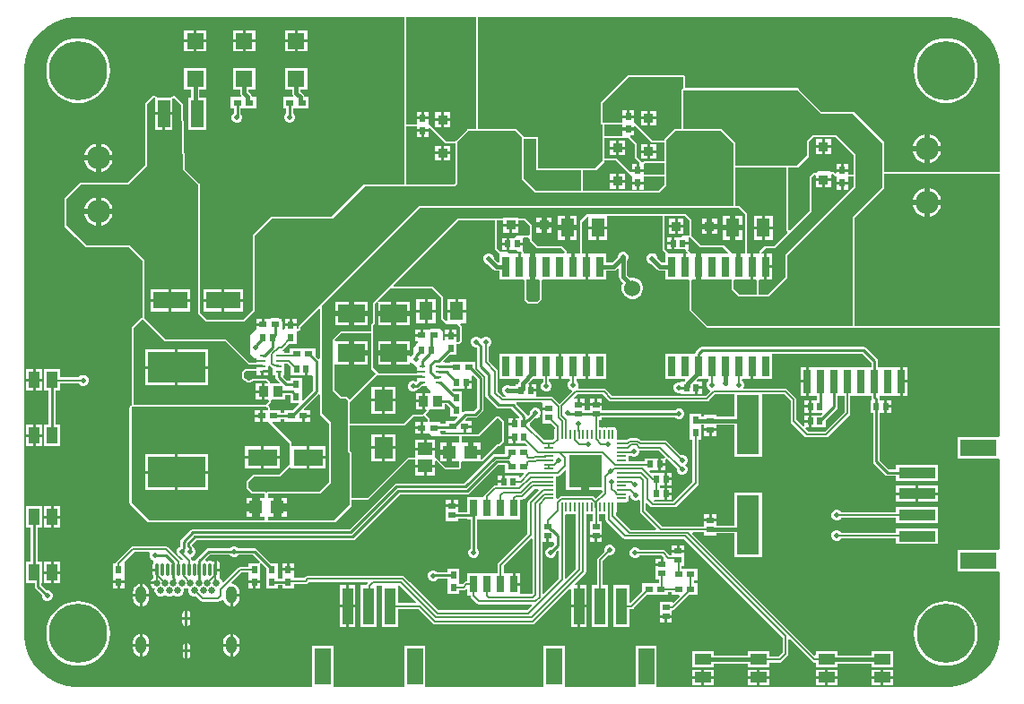
<source format=gbr>
G04*
G04 #@! TF.GenerationSoftware,Altium Limited,Altium Designer,24.2.2 (26)*
G04*
G04 Layer_Physical_Order=1*
G04 Layer_Color=255*
%FSLAX44Y44*%
%MOMM*%
G71*
G04*
G04 #@! TF.SameCoordinates,8E206BF5-5000-4682-9AB4-4AEA4F1FC2D2*
G04*
G04*
G04 #@! TF.FilePolarity,Positive*
G04*
G01*
G75*
%ADD15C,0.2540*%
%ADD17C,0.1778*%
%ADD21R,0.6400X0.6000*%
%ADD22R,1.2700X1.2700*%
%ADD23R,2.5000X1.7000*%
%ADD24O,0.2000X1.0000*%
%ADD25O,0.3000X1.2000*%
%ADD27R,0.7500X0.6000*%
%ADD28R,1.5000X3.4000*%
%ADD29R,1.0000X3.5000*%
%ADD30R,1.0000X1.5500*%
%ADD31R,3.2000X1.6000*%
%ADD32R,1.8000X2.0000*%
%ADD33R,1.4000X1.3000*%
%ADD34R,0.6000X0.7500*%
%ADD35R,0.6096X0.2794*%
%ADD36R,0.9000X1.0000*%
%ADD37R,0.6000X0.6400*%
%ADD38R,1.3000X1.8000*%
%ADD39R,5.4000X2.9000*%
%ADD40R,2.1000X5.6000*%
%ADD41R,0.6500X2.2500*%
G04:AMPARAMS|DCode=42|XSize=0.2mm|YSize=0.84mm|CornerRadius=0.025mm|HoleSize=0mm|Usage=FLASHONLY|Rotation=90.000|XOffset=0mm|YOffset=0mm|HoleType=Round|Shape=RoundedRectangle|*
%AMROUNDEDRECTD42*
21,1,0.2000,0.7900,0,0,90.0*
21,1,0.1500,0.8400,0,0,90.0*
1,1,0.0500,0.3950,0.0750*
1,1,0.0500,0.3950,-0.0750*
1,1,0.0500,-0.3950,-0.0750*
1,1,0.0500,-0.3950,0.0750*
%
%ADD42ROUNDEDRECTD42*%
G04:AMPARAMS|DCode=43|XSize=0.84mm|YSize=0.2mm|CornerRadius=0.025mm|HoleSize=0mm|Usage=FLASHONLY|Rotation=90.000|XOffset=0mm|YOffset=0mm|HoleType=Round|Shape=RoundedRectangle|*
%AMROUNDEDRECTD43*
21,1,0.8400,0.1500,0,0,90.0*
21,1,0.7900,0.2000,0,0,90.0*
1,1,0.0500,0.0750,0.3950*
1,1,0.0500,0.0750,-0.3950*
1,1,0.0500,-0.0750,-0.3950*
1,1,0.0500,-0.0750,0.3950*
%
%ADD43ROUNDEDRECTD43*%
%ADD45R,1.5500X1.0000*%
%ADD46R,3.4000X1.5000*%
%ADD47R,3.5000X1.0000*%
%ADD48R,0.6500X1.9250*%
%ADD49R,0.6500X1.6500*%
%ADD50R,1.6000X1.5000*%
%ADD51R,2.8000X1.6000*%
%ADD52R,0.9500X0.9000*%
%ADD53R,0.9000X0.9500*%
%ADD54R,1.1500X2.5000*%
%ADD60R,0.6000X1.5000*%
%AMCUSTOMSHAPE92*
4,1,16,-1.9510,3.3008,-1.3510,3.3007,-1.3510,1.9507,-0.6604,1.9507,-0.6604,3.3005,-0.1016,3.3008,-0.1016,1.9507,0.5842,1.9507,0.5842,3.3013,1.1938,3.3017,1.1938,1.9507,1.8542,1.9507,1.8542,3.2998,2.4590,3.3007,2.4590,-1.5943,-1.9510,-1.5943,-1.9510,3.3008,0.0*%
%ADD92CUSTOMSHAPE92*%

%AMCUSTOMSHAPE93*
4,1,16,1.9510,-3.3008,1.3510,-3.3007,1.3510,-1.9507,0.6604,-1.9507,0.6604,-3.3005,0.1016,-3.3008,0.1016,-1.9507,-0.5842,-1.9507,-0.5842,-3.3013,-1.1938,-3.3017,-1.1938,-1.9507,-1.8542,-1.9507,-1.8542,-3.2998,-2.4590,-3.3007,-2.4590,1.5943,1.9510,1.5943,1.9510,-3.3008,0.0*%
%ADD93CUSTOMSHAPE93*%

%ADD94R,3.1000X3.1000*%
%ADD95C,0.3810*%
%ADD96C,0.2787*%
%ADD97C,0.2032*%
%ADD98C,1.5240*%
%ADD99C,2.2000*%
%ADD100O,1.0000X1.6000*%
%ADD101C,0.6500*%
%ADD102O,5.6000X5.5000*%
%ADD103O,5.5000X5.6000*%
%ADD104C,0.5080*%
G36*
X376352Y811729D02*
X376362Y811724D01*
X377270Y811101D01*
X377278Y811093D01*
X377280Y811082D01*
Y797560D01*
X393860D01*
Y810701D01*
X393885Y810739D01*
X393886Y810740D01*
X394025Y810834D01*
X394966Y811232D01*
X395123Y811264D01*
X395258Y811177D01*
X401496Y805119D01*
X401588Y804987D01*
X401593Y804982D01*
X401593Y804975D01*
X401629Y804816D01*
X403449Y742944D01*
X417711Y729096D01*
X417794Y728971D01*
X417799Y728967D01*
X417799Y728960D01*
X417830Y728814D01*
Y668020D01*
Y607811D01*
Y607060D01*
X425450Y599440D01*
X461010D01*
X471170Y609600D01*
X471170Y680541D01*
X471203Y680706D01*
X471296Y680846D01*
X487554Y697104D01*
X487694Y697197D01*
X487859Y697230D01*
X544830D01*
X575184Y727584D01*
X575324Y727677D01*
X575489Y727710D01*
X660400D01*
X662940Y730250D01*
Y769441D01*
X662973Y769606D01*
X663066Y769746D01*
X672974Y779654D01*
X673114Y779747D01*
X673279Y779780D01*
X717371D01*
X717380Y779774D01*
X717666Y779656D01*
X717676Y779654D01*
X723900Y773430D01*
X723900Y734060D01*
X736600Y721360D01*
X853440D01*
X859790Y727710D01*
Y736600D01*
Y749300D01*
X859790Y751113D01*
X859790Y751113D01*
X859790Y765864D01*
Y770711D01*
X859790Y770711D01*
X859796Y770720D01*
X859914Y771006D01*
X859916Y771016D01*
X868554Y779654D01*
X868564Y779656D01*
X868850Y779774D01*
X868858Y779780D01*
X868859Y779780D01*
X876300D01*
X911681Y779780D01*
X911846Y779747D01*
X911986Y779654D01*
X923164Y768476D01*
X923257Y768336D01*
X923290Y768171D01*
X923290Y746760D01*
Y743907D01*
X923290Y709918D01*
X923290Y709902D01*
X923250Y708660D01*
X626110D01*
X625563Y708112D01*
X533526Y616076D01*
X533388Y615984D01*
X533296Y615846D01*
X530402Y612952D01*
X513080Y595630D01*
Y593269D01*
X513060Y593167D01*
X512331Y592541D01*
X511103Y592984D01*
X511088Y593009D01*
X511000Y593195D01*
Y595030D01*
X499920D01*
Y592669D01*
X498747Y592183D01*
X497840Y593090D01*
Y599440D01*
X497180Y600100D01*
Y602440D01*
X494840D01*
X494030Y603250D01*
X486410D01*
X485600Y602440D01*
X480660D01*
Y596900D01*
X479390D01*
Y595630D01*
X473100D01*
Y591820D01*
X472440D01*
X467360Y586740D01*
Y576320D01*
Y568959D01*
X471169Y565150D01*
X473329D01*
Y563633D01*
X478917D01*
Y561508D01*
X473329D01*
Y560926D01*
X466682D01*
X466517Y560959D01*
X466378Y561052D01*
X444500Y582930D01*
X387529D01*
X387364Y582963D01*
X387224Y583056D01*
X367030Y603250D01*
Y657860D01*
X353060Y671830D01*
X312599D01*
X312434Y671863D01*
X312294Y671956D01*
X303404Y680846D01*
X293496Y690754D01*
X293403Y690894D01*
X293370Y691059D01*
Y714831D01*
X293403Y714996D01*
X293496Y715136D01*
X307214Y728854D01*
X307354Y728947D01*
X307519Y728980D01*
X351790D01*
X369570Y746760D01*
Y747511D01*
X369570Y804133D01*
X369696Y805306D01*
X369696D01*
X369696Y805306D01*
X376089Y811699D01*
X376098Y811705D01*
X376215Y811822D01*
X376352Y811729D01*
D02*
G37*
G36*
X876300Y819693D02*
X875606Y819555D01*
X875018Y819162D01*
X874625Y818574D01*
X874487Y817880D01*
Y781593D01*
X868858D01*
X868683Y781558D01*
X868505D01*
X868340Y781525D01*
X868340Y781525D01*
X868340D01*
X868175Y781457D01*
X868165Y781455D01*
X868156Y781449D01*
X867870Y781330D01*
X867860Y781329D01*
X867851Y781323D01*
X867687Y781255D01*
X867686Y781255D01*
X867686Y781254D01*
X867546Y781161D01*
X867420Y781035D01*
X867272Y780936D01*
X858634Y772298D01*
X858535Y772150D01*
X858409Y772023D01*
X858316Y771883D01*
X858247Y771719D01*
X858241Y771710D01*
X858239Y771700D01*
X858121Y771414D01*
X858115Y771405D01*
X858113Y771395D01*
X858045Y771230D01*
X858045Y771230D01*
X858012Y771065D01*
X857837Y770890D01*
X847269D01*
X847104Y770923D01*
X846964Y771016D01*
X832322Y785658D01*
X830580Y787400D01*
X829770D01*
Y792075D01*
X818690D01*
Y787400D01*
X800100D01*
Y806450D01*
X824230Y830580D01*
X876300D01*
Y819693D01*
D02*
G37*
G36*
X680177Y781593D02*
X673100D01*
X672406Y781455D01*
X671818Y781062D01*
X661658Y770902D01*
X661265Y770314D01*
X661127Y769620D01*
X652780D01*
X636270Y786130D01*
X635460D01*
Y790610D01*
X624380D01*
Y786130D01*
X614680D01*
Y887730D01*
X680177D01*
Y781593D01*
D02*
G37*
G36*
X818690Y783750D02*
X829770D01*
Y783850D01*
X831040Y784376D01*
X845808Y769608D01*
X846396Y769215D01*
X847090Y769077D01*
X857977D01*
X857977Y767807D01*
X857977Y751113D01*
X839657D01*
X839485Y751079D01*
X839310Y751079D01*
X839142Y751010D01*
X838963Y750975D01*
X838818Y750878D01*
X838656Y750811D01*
X838057Y750415D01*
X836982Y750567D01*
X836587Y750810D01*
X836332Y751192D01*
X832393Y755131D01*
Y767080D01*
X832255Y767774D01*
X831862Y768362D01*
X825939Y774285D01*
X826465Y775555D01*
X829770D01*
Y779940D01*
X818690D01*
Y775555D01*
X817549Y775243D01*
X801913D01*
Y785587D01*
X818690D01*
Y783750D01*
D02*
G37*
G36*
X1123950Y887730D02*
X1123950Y887730D01*
X1127280Y887730D01*
X1133882Y886861D01*
X1140314Y885137D01*
X1146467Y882589D01*
X1152234Y879259D01*
X1157517Y875206D01*
X1162226Y870497D01*
X1166280Y865214D01*
X1169609Y859447D01*
X1172158Y853294D01*
X1173881Y846862D01*
X1174750Y840260D01*
X1174750Y836930D01*
X1174750Y740953D01*
X1066073D01*
Y768350D01*
X1065935Y769044D01*
X1065542Y769632D01*
X1037602Y797572D01*
X1037014Y797965D01*
X1036320Y798103D01*
X1006591D01*
X985532Y819162D01*
X985460Y819210D01*
X984250Y820420D01*
X878113D01*
Y830580D01*
X877975Y831274D01*
X877582Y831862D01*
X876994Y832255D01*
X876300Y832393D01*
X824230D01*
X823536Y832255D01*
X822948Y831862D01*
X798818Y807732D01*
X798425Y807144D01*
X798287Y806450D01*
Y787400D01*
X798425Y786706D01*
X798818Y786118D01*
X799406Y785725D01*
X800100Y785587D01*
Y775243D01*
Y752019D01*
X800067Y751854D01*
X799974Y751714D01*
X792606Y744346D01*
X792466Y744253D01*
X792301Y744220D01*
X739140D01*
Y758190D01*
Y774065D01*
X725586D01*
X725575Y774124D01*
X725182Y774712D01*
X718958Y780936D01*
X718810Y781035D01*
X718684Y781161D01*
X718519Y781229D01*
X718370Y781329D01*
X718360Y781330D01*
X718074Y781449D01*
X718065Y781455D01*
X717890Y781490D01*
X717726Y781558D01*
X717547Y781558D01*
X717371Y781593D01*
X681990D01*
Y887730D01*
X1123950D01*
X1123950Y887730D01*
D02*
G37*
G36*
X1037047Y757439D02*
Y738413D01*
X1031700D01*
Y741080D01*
X1020620D01*
Y740150D01*
X1019350Y739624D01*
X1018222Y740752D01*
X1017634Y741145D01*
X1016940Y741283D01*
X1016246Y741145D01*
X1015553Y740857D01*
X1014730Y741680D01*
X1003300D01*
X1002316Y740696D01*
X1001090Y740590D01*
Y740590D01*
X999917Y740109D01*
X999223Y739971D01*
X998635Y739578D01*
X995668Y736612D01*
X995275Y736024D01*
X995137Y735330D01*
Y704331D01*
X976533Y685727D01*
X975360Y686213D01*
Y744947D01*
X982980D01*
X983674Y745085D01*
X984262Y745478D01*
X994422Y755638D01*
X994815Y756226D01*
X994953Y756920D01*
Y770139D01*
X998971Y774157D01*
X1020329D01*
X1037047Y757439D01*
D02*
G37*
G36*
X830580Y767080D02*
Y754380D01*
X835050Y749910D01*
X834524Y748640D01*
X834390D01*
Y743620D01*
X838660D01*
Y748640D01*
X839657Y749300D01*
X857977D01*
Y738413D01*
X838660D01*
Y741080D01*
X833120D01*
X827090D01*
X826407Y740797D01*
X814082Y753122D01*
X813494Y753515D01*
X812800Y753653D01*
X801913D01*
Y773430D01*
X824230D01*
X830580Y767080D01*
D02*
G37*
G36*
X1019810Y736600D02*
X1020620D01*
Y732120D01*
X1031700D01*
Y736600D01*
X1037047D01*
Y727191D01*
X972808Y662952D01*
X972415Y662364D01*
X972277Y661670D01*
Y642101D01*
X955559Y625383D01*
X947420D01*
Y638437D01*
X947980Y639475D01*
X952500D01*
Y651640D01*
Y663805D01*
X949944D01*
X949458Y664978D01*
X953770Y669290D01*
X962660D01*
X996950Y703580D01*
Y735330D01*
X999917Y738297D01*
X1001090Y737811D01*
Y734820D01*
X1015670D01*
Y738944D01*
X1016940Y739470D01*
X1019810Y736600D01*
D02*
G37*
G36*
X624380Y781650D02*
X635460D01*
Y782580D01*
X636730Y783106D01*
X651498Y768338D01*
X652086Y767945D01*
X652780Y767807D01*
X661127D01*
Y731001D01*
X659649Y729523D01*
X614680D01*
Y784317D01*
X624380D01*
Y781650D01*
D02*
G37*
G36*
X304800Y887730D02*
X612867Y887730D01*
Y786130D01*
X613005Y785436D01*
X613147Y785224D01*
X613005Y785011D01*
X612867Y784317D01*
Y729523D01*
X575489D01*
X575313Y729488D01*
X575135D01*
X574970Y729455D01*
X574970Y729455D01*
X574970D01*
X574805Y729387D01*
X574795Y729385D01*
X574786Y729379D01*
X574500Y729260D01*
X574490Y729258D01*
X574481Y729253D01*
X574316Y729184D01*
X574316Y729184D01*
X574316Y729184D01*
X574176Y729091D01*
X574050Y728965D01*
X573902Y728866D01*
X544079Y699043D01*
X487859D01*
X487683Y699008D01*
X487505D01*
X487340Y698975D01*
X487340Y698975D01*
X487340D01*
X487175Y698907D01*
X487165Y698905D01*
X487156Y698899D01*
X486870Y698781D01*
X486860Y698779D01*
X486851Y698773D01*
X486687Y698705D01*
X486687Y698705D01*
X486686Y698704D01*
X486547Y698611D01*
X486420Y698485D01*
X486272Y698386D01*
X470014Y682128D01*
X469915Y681980D01*
X469789Y681853D01*
X469696Y681714D01*
X469696Y681713D01*
X469696Y681713D01*
X469627Y681549D01*
X469622Y681540D01*
X469619Y681530D01*
X469501Y681244D01*
X469495Y681235D01*
X469493Y681225D01*
X469425Y681060D01*
Y681060D01*
X469425Y681060D01*
X469392Y680895D01*
Y680716D01*
X469357Y680541D01*
X469357Y610351D01*
X460259Y601253D01*
X426201D01*
X419643Y607811D01*
Y668020D01*
Y728814D01*
X419610Y728979D01*
X419611Y728986D01*
X419611Y728993D01*
X419605Y729022D01*
X419603Y729193D01*
X419571Y729339D01*
X419510Y729482D01*
X419505Y729507D01*
X419504Y729509D01*
X419473Y729660D01*
X419466Y729671D01*
X419463Y729684D01*
X419376Y729811D01*
X419375Y729814D01*
X419361Y729835D01*
X419301Y729978D01*
X419218Y730103D01*
X419097Y730224D01*
X419081Y730248D01*
X419076Y730253D01*
X419069Y730257D01*
X418974Y730396D01*
X405240Y743732D01*
X403442Y804870D01*
X403405Y805028D01*
X403405Y805032D01*
X403401Y805047D01*
X403396Y805222D01*
X403360Y805381D01*
X403294Y805527D01*
X403257Y805700D01*
X403251Y805710D01*
X403248Y805721D01*
X403144Y805868D01*
X403080Y806016D01*
X402988Y806149D01*
X402866Y806268D01*
X402856Y806282D01*
X402850Y806287D01*
X402759Y806420D01*
X396521Y812477D01*
X396371Y812574D01*
X396243Y812699D01*
X396108Y812786D01*
X395942Y812852D01*
X395927Y812861D01*
X395910Y812865D01*
X395786Y812914D01*
X395463Y813045D01*
X395457Y813045D01*
X395451Y813047D01*
X395105Y813042D01*
X394970Y813041D01*
X394952Y813044D01*
X394935Y813041D01*
X394756Y813039D01*
X394599Y813007D01*
X394434Y812937D01*
X394260Y812901D01*
X393318Y812503D01*
X393171Y812403D01*
X393167Y812401D01*
X393156Y812399D01*
X393155Y812399D01*
X393148Y812393D01*
X393006Y812333D01*
X392878Y812247D01*
X392878Y812247D01*
X392878Y812246D01*
X392868Y812239D01*
X392742Y812112D01*
X392733Y812106D01*
X392730Y812101D01*
X392576Y811993D01*
X392491Y811859D01*
X392378Y811747D01*
X392353Y811709D01*
X392284Y811544D01*
X392185Y811395D01*
X392172Y811330D01*
X379146D01*
X379062Y811415D01*
X379060Y811426D01*
X378990Y811601D01*
X378953Y811787D01*
X378859Y811926D01*
X378797Y812082D01*
X378665Y812217D01*
X378560Y812375D01*
X378552Y812383D01*
X378413Y812476D01*
X378296Y812595D01*
X377388Y813219D01*
X377378Y813223D01*
X377241Y813317D01*
X377087Y813383D01*
X377076Y813390D01*
X377065Y813395D01*
X377060Y813396D01*
X376909Y813497D01*
X376745Y813530D01*
X376591Y813596D01*
X376401Y813598D01*
X376215Y813635D01*
X376051Y813602D01*
X375884Y813605D01*
X375708Y813534D01*
X375522Y813497D01*
X375382Y813404D01*
X375227Y813342D01*
X375096Y813214D01*
X375091Y813212D01*
X375081Y813206D01*
X375072Y813197D01*
X374933Y813104D01*
X374816Y812987D01*
X374807Y812981D01*
X368414Y806588D01*
X368378Y806534D01*
X368327Y806494D01*
X368230Y806325D01*
X368105Y806175D01*
X368076Y806082D01*
X368022Y806000D01*
X368009Y805936D01*
X367976Y805880D01*
X367952Y805686D01*
X367894Y805500D01*
X367768Y804327D01*
X367776Y804229D01*
X367757Y804133D01*
X367757Y747511D01*
X351039Y730793D01*
X307519D01*
X307343Y730758D01*
X307165D01*
X307000Y730725D01*
X307000Y730725D01*
X307000D01*
X306835Y730657D01*
X306825Y730655D01*
X306816Y730649D01*
X306530Y730531D01*
X306520Y730529D01*
X306511Y730523D01*
X306347Y730455D01*
X306346Y730454D01*
X306346Y730454D01*
X306206Y730361D01*
X306080Y730235D01*
X305932Y730136D01*
X292214Y716418D01*
X292115Y716270D01*
X291989Y716143D01*
X291896Y716004D01*
X291896Y716003D01*
X291896Y716003D01*
X291827Y715839D01*
X291821Y715830D01*
X291819Y715820D01*
X291701Y715534D01*
X291695Y715525D01*
X291693Y715515D01*
X291625Y715350D01*
Y715350D01*
X291625Y715350D01*
X291592Y715185D01*
Y715006D01*
X291557Y714831D01*
Y691059D01*
X291592Y690883D01*
Y690705D01*
X291625Y690540D01*
X291625Y690540D01*
Y690540D01*
X291693Y690375D01*
X291695Y690365D01*
X291701Y690356D01*
X291819Y690070D01*
X291821Y690060D01*
X291827Y690051D01*
X291896Y689886D01*
X291896Y689886D01*
X291896Y689886D01*
X291989Y689746D01*
X292115Y689620D01*
X292214Y689472D01*
X302122Y679564D01*
X311012Y670674D01*
X311160Y670575D01*
X311287Y670449D01*
X311426Y670356D01*
X311427Y670356D01*
X311427Y670356D01*
X311591Y670287D01*
X311600Y670282D01*
X311610Y670279D01*
X311896Y670161D01*
X311905Y670155D01*
X311915Y670153D01*
X312080Y670085D01*
X312080D01*
X312080Y670085D01*
X312245Y670052D01*
X312423D01*
X312599Y670017D01*
X352309D01*
X365217Y657109D01*
Y603250D01*
X364167Y602755D01*
X364148Y602743D01*
X364127Y602738D01*
X363855Y602547D01*
X363579Y602362D01*
X355714Y594498D01*
X355615Y594350D01*
X355489Y594224D01*
X355396Y594084D01*
X355396Y594084D01*
X355396Y594084D01*
X355327Y593919D01*
X355322Y593910D01*
X355320Y593900D01*
X355201Y593614D01*
X355195Y593605D01*
X355193Y593595D01*
X355125Y593430D01*
Y593430D01*
X355125Y593430D01*
X355092Y593265D01*
Y593087D01*
X355057Y592911D01*
Y520878D01*
X355092Y520703D01*
Y520525D01*
X355094Y520514D01*
X354961Y520456D01*
X354946Y520446D01*
X354916Y520432D01*
X354908Y520427D01*
X354801Y520380D01*
X354677Y520293D01*
X354651Y520282D01*
X354629Y520266D01*
X354605Y520255D01*
X354583Y520238D01*
X354446Y520173D01*
X354325Y520083D01*
X354324Y520083D01*
X354300Y520071D01*
X354269Y520048D01*
X354153Y519919D01*
X354013Y519817D01*
X353731Y519507D01*
X353664Y519396D01*
X353572Y519306D01*
X353561Y519289D01*
X353488Y519118D01*
X353384Y518963D01*
X353375Y518918D01*
X353365Y518902D01*
X353348Y518789D01*
X353284Y518638D01*
X353282Y518456D01*
X353281Y518452D01*
X353279Y518444D01*
Y518436D01*
X353246Y518269D01*
Y518099D01*
X353244Y518091D01*
Y428573D01*
X353279Y428398D01*
Y428220D01*
X353312Y428055D01*
X353312Y428055D01*
Y428055D01*
X353380Y427890D01*
X353382Y427880D01*
X353388Y427871D01*
X353507Y427585D01*
X353509Y427575D01*
X353514Y427566D01*
X353583Y427401D01*
X353583Y427401D01*
X353583Y427401D01*
X353676Y427261D01*
X353802Y427135D01*
X353902Y426987D01*
X370564Y410324D01*
X370712Y410225D01*
X370838Y410099D01*
X370978Y410006D01*
X370978Y410005D01*
X370978Y410005D01*
X371143Y409937D01*
X371152Y409931D01*
X371162Y409930D01*
X371448Y409811D01*
X371457Y409805D01*
X371467Y409803D01*
X371632Y409735D01*
X371632D01*
X371632Y409735D01*
X371797Y409702D01*
X371975D01*
X372150Y409667D01*
X480794D01*
X480970Y409702D01*
X481148D01*
X481313Y409735D01*
X481478Y409803D01*
X481488Y409805D01*
X481497Y409811D01*
X481508Y409815D01*
X481667Y409847D01*
X481801Y409937D01*
X481965Y410005D01*
X481979Y410014D01*
X482588Y410198D01*
X483176Y409805D01*
X483870Y409667D01*
X546100D01*
X546794Y409805D01*
X547382Y410198D01*
X562660Y425476D01*
X563053Y426064D01*
X563191Y426758D01*
Y431257D01*
X577850D01*
X578544Y431395D01*
X579132Y431788D01*
X616701Y469357D01*
X622920D01*
Y464440D01*
X632460D01*
X642000D01*
Y467567D01*
X643173Y468053D01*
X650608Y460618D01*
X651196Y460225D01*
X651890Y460087D01*
X664210D01*
X664904Y460225D01*
X665492Y460618D01*
X665885Y461206D01*
X666023Y461900D01*
Y466391D01*
X666750Y467360D01*
X666832Y467360D01*
X684530D01*
Y467360D01*
X685703Y467626D01*
X686397Y467764D01*
X686985Y468157D01*
X700521Y481693D01*
X701946Y481693D01*
X702639Y481831D01*
X703227Y482224D01*
X703228Y482224D01*
X706132Y485128D01*
X706525Y485716D01*
X706663Y486410D01*
X706663Y504987D01*
X706525Y505681D01*
X706132Y506269D01*
X703119Y509282D01*
X702531Y509675D01*
X701837Y509813D01*
X699770D01*
X699076Y509675D01*
X698488Y509282D01*
X682509Y493303D01*
X666750D01*
X666056Y493165D01*
X665480Y492780D01*
X664904Y493165D01*
X664210Y493303D01*
X648199Y493303D01*
X647040Y493570D01*
Y496637D01*
X652170D01*
Y494840D01*
X668690D01*
Y500380D01*
X669960D01*
Y501650D01*
X676250D01*
Y505920D01*
X670804D01*
X670318Y507093D01*
X671927Y508702D01*
X679450D01*
X680639Y508939D01*
X681647Y509613D01*
X686728Y514692D01*
X687401Y515701D01*
X687638Y516890D01*
Y546250D01*
X687401Y547439D01*
X686728Y548447D01*
X680060Y555115D01*
Y561800D01*
X655980D01*
Y560391D01*
X650621D01*
Y561347D01*
X650101D01*
X649615Y562520D01*
X655445Y568350D01*
X662130D01*
Y578577D01*
X664210D01*
X664904Y578715D01*
X665492Y579108D01*
X666762Y580378D01*
X667155Y580966D01*
X667293Y581660D01*
Y594360D01*
X667155Y595054D01*
X666762Y595642D01*
X665517Y596887D01*
X666003Y598060D01*
X671240D01*
Y608330D01*
X662200D01*
X653160D01*
Y600743D01*
X651986Y600257D01*
X649513Y602731D01*
Y622300D01*
X649375Y622994D01*
X648982Y623582D01*
X640092Y632472D01*
X639504Y632865D01*
X638810Y633003D01*
X602936D01*
X602450Y634176D01*
X663691Y695417D01*
X696687Y695417D01*
X697957Y695417D01*
X697957Y669290D01*
X698095Y668596D01*
X698488Y668008D01*
X701920Y664577D01*
X702298Y664198D01*
X702300Y664197D01*
X702870Y663805D01*
Y655395D01*
X701195D01*
X697230Y659361D01*
Y660141D01*
X696457Y662008D01*
X695028Y663437D01*
X693160Y664210D01*
X691140D01*
X689272Y663437D01*
X687843Y662008D01*
X687070Y660141D01*
Y658120D01*
X687843Y656252D01*
X689272Y654823D01*
X691140Y654050D01*
X691919D01*
X696985Y648985D01*
X698203Y648171D01*
X699640Y647885D01*
X702870D01*
Y639475D01*
X714450D01*
Y639475D01*
X715570D01*
Y639475D01*
X724854D01*
X725112Y639338D01*
X725481Y639005D01*
X725897Y638437D01*
Y621030D01*
X726035Y620336D01*
X726428Y619748D01*
X728968Y617208D01*
X729556Y616815D01*
X730250Y616677D01*
X737870D01*
X738564Y616815D01*
X739152Y617208D01*
X741692Y619748D01*
X742085Y620336D01*
X742223Y621030D01*
Y638437D01*
X742639Y639005D01*
X743008Y639338D01*
X743266Y639475D01*
X752550D01*
Y639475D01*
X753670D01*
Y639475D01*
X765250D01*
X765250Y639475D01*
X766370D01*
Y639475D01*
X766520Y639475D01*
X777800D01*
X777950Y639475D01*
Y639475D01*
X779070D01*
Y639475D01*
X783590D01*
Y651640D01*
Y663805D01*
X781366D01*
X781108Y663942D01*
X780739Y664275D01*
X780580Y664493D01*
X780323Y665075D01*
X780323Y693939D01*
X785240Y698856D01*
X786510Y698331D01*
Y689610D01*
X795550D01*
X804590D01*
Y699227D01*
X856707Y699227D01*
Y668020D01*
X856845Y667326D01*
X857238Y666738D01*
X859400Y664577D01*
X859080Y663805D01*
X859080D01*
Y655395D01*
X856061D01*
X851891Y659565D01*
Y660345D01*
X851117Y662212D01*
X849688Y663641D01*
X847821Y664415D01*
X845800D01*
X843933Y663641D01*
X842504Y662212D01*
X841731Y660345D01*
Y658324D01*
X842504Y656457D01*
X843933Y655028D01*
X845800Y654255D01*
X846580D01*
X851850Y648985D01*
X853068Y648171D01*
X854505Y647885D01*
X859080D01*
Y639475D01*
X870660D01*
X870660Y639475D01*
X871780D01*
Y639475D01*
X871930Y639475D01*
X881064D01*
X881322Y639338D01*
X881691Y639005D01*
X882107Y638437D01*
Y610870D01*
X882245Y610176D01*
X882638Y609588D01*
X897878Y594348D01*
X898466Y593955D01*
X899160Y593817D01*
X1035777D01*
X1036471Y593955D01*
X1036684Y594097D01*
X1036896Y593955D01*
X1037590Y593817D01*
X1174750D01*
Y491367D01*
X1173480Y490420D01*
X1134890D01*
Y470340D01*
X1173480D01*
X1173970Y470340D01*
X1174750Y469393D01*
X1174750Y384367D01*
X1173480Y383420D01*
X1134890D01*
Y363340D01*
X1173480D01*
X1173970Y363340D01*
X1174750Y362393D01*
Y304800D01*
X1174750Y304800D01*
X1174750Y301470D01*
X1173881Y294868D01*
X1172157Y288436D01*
X1169609Y282283D01*
X1166279Y276516D01*
X1162225Y271233D01*
X1157517Y266525D01*
X1152234Y262471D01*
X1146466Y259141D01*
X1140314Y256593D01*
X1133882Y254869D01*
X1127280Y254000D01*
X851100D01*
Y292830D01*
X831020D01*
Y254000D01*
X764100D01*
Y292830D01*
X744020D01*
Y254000D01*
X632660D01*
Y292830D01*
X612580D01*
Y254000D01*
X545660D01*
Y292830D01*
X525580D01*
Y254000D01*
X301470D01*
X294868Y254869D01*
X288436Y256593D01*
X282283Y259141D01*
X276516Y262471D01*
X271233Y266525D01*
X266525Y271233D01*
X262471Y276516D01*
X259141Y282283D01*
X256593Y288436D01*
X254869Y294868D01*
X254000Y301470D01*
Y304800D01*
Y836930D01*
X254000Y840259D01*
X254869Y846862D01*
X256593Y853294D01*
X259141Y859446D01*
X262471Y865213D01*
X266525Y870497D01*
X271233Y875205D01*
X276516Y879259D01*
X282283Y882589D01*
X288436Y885137D01*
X294868Y886861D01*
X301470Y887730D01*
X304800Y887730D01*
D02*
G37*
G36*
X827580Y737060D02*
Y736060D01*
Y732120D01*
X833120D01*
X838660D01*
Y736060D01*
Y736600D01*
X857977D01*
Y728461D01*
X852689Y723173D01*
X781050D01*
Y742407D01*
X792480D01*
X793174Y742545D01*
X793762Y742938D01*
X801382Y750558D01*
X801775Y751146D01*
X801913Y751840D01*
X812800D01*
X827580Y737060D01*
D02*
G37*
G36*
X737327Y758190D02*
Y744220D01*
X737465Y743526D01*
X737858Y742938D01*
X738446Y742545D01*
X739140Y742407D01*
X779237D01*
Y723173D01*
X737351D01*
X725713Y734811D01*
X725713Y772252D01*
X737327D01*
Y758190D01*
D02*
G37*
G36*
X730977Y690129D02*
Y682082D01*
X729615Y680720D01*
X718820D01*
X716940Y678840D01*
X711880D01*
Y673100D01*
Y667360D01*
X718210D01*
X720090Y665480D01*
X723244D01*
X723545Y665075D01*
X722908Y663805D01*
X722630D01*
Y651640D01*
X720090D01*
Y663805D01*
X715570D01*
X715570Y663805D01*
X714450D01*
Y663805D01*
X714300Y663805D01*
X711605D01*
X709930Y665480D01*
X703580Y665480D01*
X699770Y669290D01*
X699770Y695417D01*
X706190D01*
Y692150D01*
X713230D01*
X720270D01*
Y695417D01*
X725689D01*
X730977Y690129D01*
D02*
G37*
G36*
X1005840Y796290D02*
X1036320D01*
X1064260Y768350D01*
Y739140D01*
Y726464D01*
X1036308Y698512D01*
X1035915Y697924D01*
X1035777Y697230D01*
Y595630D01*
X899160D01*
X883920Y610870D01*
Y638437D01*
X884480Y639475D01*
X885190Y639475D01*
X887730D01*
Y651640D01*
Y663805D01*
X885190D01*
X884480Y663805D01*
X883418Y664307D01*
X880741Y666984D01*
X881160Y667995D01*
X881160D01*
Y672465D01*
X875620D01*
Y675005D01*
X881160D01*
Y679475D01*
X882444Y679729D01*
X882638Y679438D01*
X891528Y670548D01*
X892116Y670155D01*
X892810Y670017D01*
X913649Y670017D01*
X918688Y664978D01*
X918202Y663805D01*
X910030D01*
X909880Y663805D01*
X908760D01*
X908610Y663805D01*
X897330D01*
X897180Y663805D01*
X896060D01*
X895910Y663805D01*
X892810D01*
Y651640D01*
Y639475D01*
X895910D01*
X896060Y639475D01*
X897180D01*
X897330Y639475D01*
X908610D01*
X908760Y639475D01*
X909880D01*
X910030Y639475D01*
X921460D01*
X922020Y638437D01*
Y629920D01*
X928370Y623570D01*
X956310Y623570D01*
X974090Y641350D01*
Y661670D01*
X1038860Y726440D01*
Y758190D01*
X1021080Y775970D01*
X998220D01*
X993140Y770890D01*
Y756920D01*
X982980Y746760D01*
X925103D01*
X925103Y768350D01*
X924965Y769044D01*
X924572Y769632D01*
X913142Y781062D01*
X912554Y781455D01*
X911860Y781593D01*
X876300Y781593D01*
Y817880D01*
X984250D01*
X1005840Y796290D01*
D02*
G37*
G36*
X882107Y695209D02*
Y681523D01*
X882091Y681507D01*
X880808Y681253D01*
X880642Y681185D01*
X880466Y681150D01*
X880318Y681051D01*
X880154Y680983D01*
X880027Y680856D01*
X879878Y680757D01*
X879853Y680720D01*
X875030D01*
Y680720D01*
X873785Y679475D01*
X868090D01*
Y673735D01*
Y667995D01*
X877867D01*
X878928Y666984D01*
X878928Y666984D01*
X879066Y666290D01*
X879459Y665702D01*
X880183Y664978D01*
X879697Y663805D01*
X878840D01*
Y651640D01*
X876300D01*
Y663805D01*
X872322D01*
X871220Y664210D01*
Y664210D01*
X871220Y664210D01*
X862330D01*
X858520Y668020D01*
Y699227D01*
X878089D01*
X882107Y695209D01*
D02*
G37*
G36*
X730870Y678152D02*
X730977Y677982D01*
Y676910D01*
X731115Y676216D01*
X731508Y675628D01*
X737858Y669278D01*
X738446Y668885D01*
X739140Y668747D01*
X761249D01*
X763997Y665999D01*
X763997Y665075D01*
X763740Y664492D01*
X763581Y664275D01*
X763212Y663942D01*
X762954Y663805D01*
X753670D01*
Y663805D01*
X752550D01*
Y663805D01*
X741120D01*
X740970Y663805D01*
X739850D01*
X739700Y663805D01*
X736600D01*
Y651640D01*
Y639475D01*
X739140D01*
X739850Y639475D01*
X740410Y638437D01*
Y621030D01*
X737870Y618490D01*
X730250D01*
X727710Y621030D01*
Y638437D01*
X728270Y639475D01*
X728980Y639475D01*
X731520D01*
Y651640D01*
Y663805D01*
X728420D01*
X728270Y663805D01*
X727150D01*
X727000Y663805D01*
X726309D01*
X726282Y663816D01*
X725979Y664027D01*
X725614Y664475D01*
X725353Y664943D01*
X725318Y665230D01*
X725303Y665519D01*
X725274Y665579D01*
X725266Y665645D01*
X725124Y665897D01*
X724999Y666158D01*
X724950Y667360D01*
X724950Y667360D01*
Y671830D01*
X719410D01*
Y674370D01*
X724950D01*
Y678840D01*
X726192Y678907D01*
X729615D01*
X729707Y678925D01*
X730870Y678152D01*
D02*
G37*
G36*
X934720Y701040D02*
Y664843D01*
X934160Y663805D01*
X930275D01*
Y651640D01*
X926465D01*
Y663805D01*
X922580D01*
X921637Y664593D01*
X914400Y671830D01*
X892989Y671830D01*
X892824Y671863D01*
X892684Y671956D01*
X884046Y680594D01*
X883951Y680736D01*
X883920Y680767D01*
Y695960D01*
X878840Y701040D01*
X858520D01*
X784860Y701040D01*
X778510Y694690D01*
X778510Y664843D01*
X777950Y663805D01*
X777240Y663805D01*
X774065D01*
Y651640D01*
X770255D01*
Y663805D01*
X767080D01*
X766370Y663805D01*
X765810Y664843D01*
X765810Y665075D01*
X765810Y665075D01*
X765810Y666750D01*
X762000Y670560D01*
X739319D01*
X739154Y670593D01*
X739014Y670686D01*
X732916Y676784D01*
X732823Y676924D01*
X732790Y677089D01*
Y690880D01*
X726440Y697230D01*
X720270D01*
Y698170D01*
X706190D01*
Y697230D01*
X662940Y697230D01*
X598182Y632472D01*
X586188Y620478D01*
X582930Y617220D01*
Y598349D01*
X582924Y598340D01*
X582806Y598054D01*
X582804Y598044D01*
X581774Y597014D01*
X581675Y596866D01*
X581549Y596740D01*
X581456Y596600D01*
X581455Y596600D01*
X581455Y596600D01*
X581387Y596435D01*
X581381Y596426D01*
X581380Y596416D01*
X581261Y596130D01*
X581255Y596121D01*
X581253Y596111D01*
X581185Y595946D01*
Y595946D01*
X581185Y595946D01*
X581152Y595781D01*
Y595603D01*
X581117Y595428D01*
Y590550D01*
X552450D01*
X544830Y582930D01*
Y534670D01*
X552450Y527050D01*
X557530D01*
X560058Y524522D01*
X559665Y523934D01*
X559527Y523240D01*
Y503098D01*
X559562Y502923D01*
X559562Y502745D01*
X559598Y502566D01*
X559666Y502401D01*
X559701Y502226D01*
X559799Y502079D01*
X559819Y502031D01*
X559665Y501801D01*
X559527Y501107D01*
Y477520D01*
X559665Y476826D01*
X560058Y476238D01*
X561378Y474918D01*
Y467398D01*
X561378Y426758D01*
X546100Y411480D01*
X483870D01*
Y415290D01*
X488950D01*
Y424180D01*
Y433070D01*
X483870D01*
Y436880D01*
X533090D01*
X543560Y447350D01*
Y504190D01*
X534670Y513080D01*
Y574040D01*
Y614702D01*
X534808Y614794D01*
X626844Y706831D01*
X928929D01*
X934720Y701040D01*
D02*
G37*
G36*
X973547Y686213D02*
X973685Y685519D01*
X974078Y684931D01*
X974285Y683755D01*
X974234Y683428D01*
X961909Y671103D01*
X953770D01*
X953076Y670965D01*
X952488Y670572D01*
X948176Y666260D01*
X947784Y665672D01*
X947646Y664978D01*
X947695Y664729D01*
X946903Y663935D01*
X946855Y663905D01*
X946610Y663805D01*
X942340D01*
Y651640D01*
Y639475D01*
X944564D01*
X944822Y639338D01*
X945191Y639005D01*
X945607Y638437D01*
Y625383D01*
X944337Y625383D01*
X929121Y625383D01*
X923833Y630671D01*
Y638437D01*
X924249Y639005D01*
X924618Y639338D01*
X924876Y639475D01*
X934010D01*
X934160Y639475D01*
Y639475D01*
X935280D01*
Y639475D01*
X939800D01*
Y651640D01*
Y663805D01*
X937576D01*
X937318Y663942D01*
X936949Y664275D01*
X936533Y664843D01*
Y701040D01*
X936395Y701734D01*
X936002Y702322D01*
X930211Y708112D01*
X929623Y708505D01*
X928929Y708643D01*
X925976D01*
X925134Y709513D01*
X925102Y709876D01*
X925099Y709897D01*
X925103Y709918D01*
X925103Y744947D01*
X973547D01*
Y686213D01*
D02*
G37*
G36*
X647700Y622300D02*
Y601980D01*
X652780Y596900D01*
X662940D01*
X665480Y594360D01*
Y581660D01*
X664210Y580390D01*
X662130D01*
Y584870D01*
X651050D01*
Y582509D01*
X649877Y582023D01*
X648970Y582930D01*
Y590550D01*
X646430Y593090D01*
X637540D01*
X636730Y592280D01*
X630520D01*
Y586740D01*
X629250D01*
Y585470D01*
X622960D01*
Y581200D01*
X625124D01*
X625650Y579930D01*
X624230Y578510D01*
X623790D01*
Y578070D01*
X621030Y575310D01*
Y568326D01*
X620692Y568187D01*
X619263Y566758D01*
X619240Y566701D01*
X617970Y566954D01*
Y567690D01*
X605470D01*
Y559190D01*
X617970D01*
Y560806D01*
X619240Y561059D01*
X619263Y561002D01*
X620692Y559573D01*
X622117Y558983D01*
X624459Y556641D01*
Y553473D01*
X630047D01*
Y551348D01*
X624459D01*
Y550770D01*
X591317D01*
X591317Y550770D01*
X591138D01*
X590964Y550805D01*
X590903Y550805D01*
X590903Y550805D01*
X590902Y550805D01*
X590727Y550770D01*
X590609D01*
X590609Y550770D01*
X588420D01*
X582930Y556260D01*
Y595428D01*
X582963Y595593D01*
X583056Y595733D01*
X584086Y596762D01*
X584185Y596910D01*
X584311Y597037D01*
X584404Y597176D01*
X584404Y597177D01*
X584404Y597177D01*
X584473Y597341D01*
X584478Y597350D01*
X584481Y597360D01*
X584599Y597646D01*
X584605Y597655D01*
X584607Y597665D01*
X584675Y597830D01*
Y597830D01*
X584675Y597830D01*
X584708Y597995D01*
Y598173D01*
X584743Y598349D01*
Y616469D01*
X586794Y618520D01*
X587890Y617820D01*
X587890Y616946D01*
Y609600D01*
X600390D01*
Y618100D01*
X589126D01*
X588170Y618100D01*
X587470Y619196D01*
X599464Y631190D01*
X638810D01*
X647700Y622300D01*
D02*
G37*
G36*
X1174750Y595630D02*
X1037590D01*
Y697230D01*
X1066073Y725713D01*
Y739140D01*
X1174750D01*
Y595630D01*
D02*
G37*
G36*
X532033Y611525D02*
X532857Y611184D01*
Y574040D01*
Y564893D01*
X532374Y564584D01*
X531587Y564408D01*
X528930Y567065D01*
Y574500D01*
X504850D01*
Y570289D01*
X499491D01*
Y571507D01*
X497450D01*
X497325Y572777D01*
X497843Y572880D01*
X498725Y573470D01*
X503765Y578510D01*
X511000D01*
Y589744D01*
X511270Y590157D01*
X511410Y590291D01*
X512193Y590733D01*
X512304Y590747D01*
X512415Y590730D01*
X512652Y590789D01*
X512895Y590818D01*
X512993Y590873D01*
X513101Y590900D01*
X513298Y591045D01*
X513511Y591165D01*
X514240Y591791D01*
X514393Y591985D01*
X514567Y592160D01*
X514609Y592261D01*
X514677Y592347D01*
X514730Y592538D01*
X514755Y592575D01*
X514769Y592648D01*
X514838Y592813D01*
X514858Y592915D01*
X514858Y592995D01*
X514867Y593029D01*
X514859Y593098D01*
X514893Y593269D01*
Y594879D01*
X531587Y611573D01*
X532033Y611525D01*
D02*
G37*
G36*
X487749Y556155D02*
X487749Y556155D01*
X488315Y555777D01*
Y548633D01*
X490795D01*
Y547497D01*
X491032Y546308D01*
X491706Y545299D01*
X494892Y542113D01*
X494406Y540940D01*
X486779D01*
X486611Y541015D01*
X485982Y541552D01*
X485923Y541610D01*
X485718Y541857D01*
X485718Y542131D01*
X485727Y542210D01*
X485733Y542240D01*
X485723Y542293D01*
X485730Y542497D01*
X485718Y542529D01*
Y542564D01*
X485623Y542793D01*
X485595Y542933D01*
X485535Y543024D01*
X485484Y543160D01*
X485461Y543185D01*
X485447Y543217D01*
X485428Y543247D01*
X485302Y543373D01*
X485202Y543521D01*
X484008Y544716D01*
X483860Y544815D01*
X483733Y544941D01*
X483594Y545034D01*
X483593Y545034D01*
X483593Y545034D01*
X483429Y545103D01*
X483420Y545108D01*
X483410Y545111D01*
X483124Y545229D01*
X483115Y545235D01*
X483105Y545237D01*
X482940Y545305D01*
X482940D01*
X482940Y545305D01*
X482775Y545338D01*
X482597D01*
X482421Y545373D01*
X469464D01*
X468770Y545235D01*
X468182Y544842D01*
X467941Y544600D01*
X466740Y544103D01*
X465440D01*
X464239Y544600D01*
X463998Y544842D01*
X463410Y545235D01*
X463109Y545295D01*
X461553Y546851D01*
Y551699D01*
X463031Y553177D01*
X473329D01*
Y548633D01*
X477647D01*
Y552570D01*
X478917D01*
Y553633D01*
X484505D01*
Y557735D01*
X485699Y558128D01*
X485775Y558129D01*
X487749Y556155D01*
D02*
G37*
G36*
X587726Y549095D02*
X588420Y548957D01*
X590609D01*
X590609Y548957D01*
X590727D01*
X590902Y548992D01*
X590963D01*
X591138Y548957D01*
X591317D01*
X591317Y548957D01*
X624459D01*
Y548472D01*
X630047D01*
Y546347D01*
X624459D01*
Y543895D01*
X623652Y543226D01*
X623189Y543084D01*
X622040Y543560D01*
X620019D01*
X618152Y542787D01*
X616723Y541358D01*
X615950Y539491D01*
Y537469D01*
X616723Y535602D01*
X618152Y534173D01*
X620019Y533400D01*
X622040D01*
X623908Y534173D01*
X625337Y535602D01*
X625487Y535965D01*
X626141Y536095D01*
X627150Y536768D01*
X628854Y538473D01*
X633673D01*
Y538128D01*
X637540Y534260D01*
Y532050D01*
X632060D01*
Y524510D01*
Y516970D01*
X633421D01*
X633907Y515797D01*
X630046Y511936D01*
X630046Y511936D01*
X630036Y511934D01*
X629750Y511816D01*
X629741Y511810D01*
X629741Y511810D01*
X621030D01*
X612393Y503173D01*
X612392Y503172D01*
X612266Y503046D01*
X612266Y503046D01*
X612256Y503044D01*
X611970Y502926D01*
X611962Y502920D01*
X611961Y502920D01*
X568047D01*
X568047Y502920D01*
X567869D01*
X567868Y502920D01*
X567860Y502926D01*
X567574Y503044D01*
X567564Y503046D01*
X567555Y503052D01*
X567509Y503071D01*
X567466Y503080D01*
X567357Y503143D01*
X567188Y503202D01*
X567088Y503216D01*
X566912Y503289D01*
X566857Y503289D01*
X566805Y503307D01*
X566558Y503292D01*
X566521Y503299D01*
X566504Y503296D01*
X566488Y503298D01*
X566451Y503289D01*
X566204Y503289D01*
X566154Y503268D01*
X566099Y503265D01*
X565927Y503181D01*
X565827Y503162D01*
X565665Y503094D01*
X565554Y503020D01*
X565551Y503019D01*
X565550Y503018D01*
X565511Y503008D01*
X565462Y502984D01*
X565399Y502936D01*
X565376Y502930D01*
X565251D01*
X565199Y502920D01*
X561376D01*
X561376Y502920D01*
X561340Y503098D01*
Y523240D01*
X587408Y549308D01*
X587726Y549095D01*
D02*
G37*
G36*
X581117Y556260D02*
X581255Y555566D01*
X581648Y554978D01*
X586081Y550545D01*
X561340Y525804D01*
X558812Y528332D01*
X558224Y528725D01*
X557530Y528863D01*
X553201D01*
X546643Y535421D01*
Y559135D01*
X547890Y559190D01*
X547913Y559190D01*
X560390D01*
Y570230D01*
Y581270D01*
X547913D01*
X547890Y581270D01*
X547545Y581285D01*
X547042Y582579D01*
X553201Y588737D01*
X581117D01*
Y556260D01*
D02*
G37*
G36*
X505680Y556884D02*
Y549250D01*
X518750D01*
Y554990D01*
X521290D01*
Y549250D01*
X525560D01*
X526482Y548411D01*
Y534608D01*
X517253Y525378D01*
X516080Y525864D01*
Y534130D01*
Y546710D01*
X505000D01*
Y543528D01*
X502267D01*
X498335Y547460D01*
X498821Y548633D01*
X499491D01*
Y559851D01*
X502714D01*
X505680Y556884D01*
D02*
G37*
G36*
X386068Y581648D02*
X386656Y581255D01*
X387350Y581117D01*
X443749D01*
X465222Y559644D01*
X465810Y559251D01*
X466504Y559113D01*
X473329D01*
Y558632D01*
X478917D01*
Y556507D01*
X473329D01*
Y554990D01*
X462280D01*
X459740Y552450D01*
Y546100D01*
X462280Y543560D01*
X462716D01*
X463212Y543063D01*
X465079Y542290D01*
X467100D01*
X468968Y543063D01*
X469464Y543560D01*
X482421D01*
X482586Y543527D01*
X482726Y543434D01*
X483920Y542240D01*
X483940Y542210D01*
X483861Y541877D01*
X483349Y541131D01*
X483032Y540940D01*
X480930D01*
Y533400D01*
Y525860D01*
X484260D01*
X484347Y525816D01*
X484634Y525555D01*
X485187Y524604D01*
X485094Y524464D01*
X481456Y520826D01*
X481316Y520733D01*
X481151Y520700D01*
X356906D01*
X356870Y520878D01*
Y592911D01*
X356903Y593076D01*
X356996Y593216D01*
X364860Y601081D01*
X366594Y601122D01*
X386068Y581648D01*
D02*
G37*
G36*
X483396Y518455D02*
X483744Y518108D01*
X483837Y517968D01*
X483870Y517803D01*
Y516080D01*
X479390D01*
Y510540D01*
Y505000D01*
X484330D01*
X486785Y502545D01*
X486785Y502545D01*
X504607Y484723D01*
X504700Y484584D01*
X504733Y484419D01*
Y481710D01*
Y465363D01*
X494156Y454786D01*
X494016Y454693D01*
X493851Y454660D01*
X469900D01*
X463550Y448310D01*
Y441960D01*
X468538Y436972D01*
X480794D01*
X480973Y436937D01*
Y433070D01*
X476250D01*
Y424180D01*
Y415290D01*
X480973D01*
Y411522D01*
X480959Y411513D01*
X480794Y411480D01*
X372150D01*
X371985Y411513D01*
X371846Y411606D01*
X355183Y428268D01*
X355090Y428408D01*
X355057Y428573D01*
Y518091D01*
X355059Y518099D01*
Y518269D01*
X355070Y518285D01*
X355352Y518595D01*
X355383Y518618D01*
X355408Y518629D01*
X355529Y518720D01*
X355668Y518780D01*
X355690Y518796D01*
X355823Y518854D01*
X355955Y518946D01*
X356103Y519008D01*
X356157Y519062D01*
X356212Y519025D01*
X356387Y518990D01*
X356552Y518922D01*
X356730D01*
X356906Y518887D01*
X481151D01*
X481326Y518922D01*
X481505D01*
X481670Y518955D01*
X481670Y518955D01*
X481670D01*
X481835Y519023D01*
X481845Y519025D01*
X481854Y519031D01*
X482140Y519150D01*
X482150Y519151D01*
X482159Y519157D01*
X482323Y519226D01*
X482323Y519226D01*
X482324Y519226D01*
X482463Y519319D01*
X483396Y518455D01*
D02*
G37*
G36*
X681422Y544963D02*
Y518177D01*
X678163Y514918D01*
X670640D01*
X669451Y514681D01*
X668480Y514033D01*
X667924Y514139D01*
X667210Y514434D01*
Y521430D01*
Y534010D01*
X659479D01*
X658112Y535377D01*
X658598Y536550D01*
X669880D01*
Y542290D01*
X671150D01*
Y543560D01*
X676690D01*
Y547899D01*
X677680Y548704D01*
X681422Y544963D01*
D02*
G37*
G36*
X505000Y522630D02*
X512846D01*
X513332Y521457D01*
X507955Y516080D01*
X499770D01*
Y513648D01*
X495910D01*
Y516080D01*
X485683D01*
Y517803D01*
X485648Y517978D01*
Y518156D01*
X485615Y518321D01*
X485615Y518321D01*
Y518321D01*
X485547Y518486D01*
X485545Y518497D01*
X485539Y518505D01*
X485420Y518791D01*
X485419Y518801D01*
X485413Y518810D01*
X485345Y518975D01*
X485345Y518975D01*
X485344Y518975D01*
X485251Y519115D01*
X485125Y519241D01*
X485026Y519389D01*
X484678Y519737D01*
X484629Y519784D01*
X484628Y519785D01*
X484616Y519797D01*
X484444Y519961D01*
X484419Y521226D01*
X486376Y523182D01*
X486475Y523330D01*
X486601Y523456D01*
X486694Y523596D01*
X486763Y523761D01*
X486768Y523770D01*
X486771Y523780D01*
X486809Y523872D01*
X486940Y524141D01*
X486943Y524197D01*
X486965Y524250D01*
Y524548D01*
X486984Y524846D01*
X487260Y525247D01*
X487759Y525738D01*
X487979Y525860D01*
X500200D01*
Y530292D01*
X505000D01*
Y522630D01*
D02*
G37*
G36*
X632032Y509698D02*
X635000Y506730D01*
Y504650D01*
X630520D01*
Y499110D01*
Y493570D01*
X636730D01*
X638810Y491490D01*
X664210Y491490D01*
Y485140D01*
X657860D01*
Y476250D01*
X655320D01*
D01*
X657860D01*
Y467360D01*
X664210D01*
Y461900D01*
X651890D01*
X642620Y471170D01*
X642000D01*
Y477900D01*
X632460D01*
X622920D01*
Y471170D01*
X615950D01*
X577850Y433070D01*
X563191D01*
X563191Y467398D01*
Y474918D01*
X563053Y475612D01*
X562660Y476200D01*
X561466Y477394D01*
X561373Y477534D01*
X561340Y477699D01*
Y499904D01*
X561376Y501107D01*
X565199D01*
X565251Y501118D01*
X565376D01*
X565499Y501142D01*
X565552D01*
X565605Y501152D01*
X565634Y501165D01*
X565834Y501176D01*
X565857Y501182D01*
X565857Y501183D01*
X565858Y501183D01*
X565965Y501235D01*
X566070Y501255D01*
X566186Y501333D01*
X566251Y501347D01*
X566254Y501348D01*
X566284Y501368D01*
X566303Y501377D01*
X566345Y501409D01*
X566363Y501421D01*
X566521Y501487D01*
X566528Y501492D01*
X566558Y501497D01*
X566587Y501493D01*
X566595Y501489D01*
X566764Y501430D01*
X566815Y501396D01*
X566861Y501377D01*
X566871Y501375D01*
X566880Y501370D01*
X567166Y501251D01*
X567167Y501251D01*
X567175Y501245D01*
X567350Y501210D01*
X567515Y501142D01*
X567544D01*
X567570Y501132D01*
X567571Y501132D01*
X567721Y501137D01*
X567869Y501107D01*
X568047D01*
X568047Y501107D01*
X611961D01*
X612088Y501132D01*
X612218Y501125D01*
X612218Y501125D01*
X612265Y501142D01*
X612316Y501142D01*
X612481Y501211D01*
X612655Y501245D01*
X612663Y501251D01*
X612664Y501251D01*
X612950Y501370D01*
X612950Y501370D01*
X612960Y501371D01*
X613014Y501408D01*
X613077Y501425D01*
X613168Y501495D01*
X613274Y501539D01*
X613400Y501665D01*
X613548Y501764D01*
X613674Y501890D01*
X613674Y501891D01*
X621781Y509997D01*
X629741D01*
X629916Y510032D01*
X630094Y510032D01*
X630136Y510049D01*
X630181Y510051D01*
X630181Y510051D01*
X630303Y510109D01*
X630435Y510135D01*
X630443Y510141D01*
X630443Y510141D01*
X630730Y510259D01*
X630730Y510260D01*
X630740Y510262D01*
X630888Y510361D01*
X631053Y510429D01*
X632032Y509698D01*
D02*
G37*
G36*
X532375Y530747D02*
X532857Y530438D01*
Y513080D01*
X532995Y512386D01*
X533388Y511798D01*
X541747Y503439D01*
Y448101D01*
X532339Y438693D01*
X483870D01*
X483176Y438555D01*
X482373Y438262D01*
X481980Y438444D01*
X481815Y438512D01*
X481667Y438611D01*
X481492Y438646D01*
X481326Y438715D01*
X481148Y438750D01*
X480969D01*
X480794Y438785D01*
X469289D01*
X465363Y442711D01*
Y447559D01*
X470651Y452847D01*
X493851D01*
X494026Y452882D01*
X494205D01*
X494370Y452915D01*
X494370Y452915D01*
X494370D01*
X494535Y452983D01*
X494545Y452985D01*
X494554Y452991D01*
X494840Y453110D01*
X494850Y453111D01*
X494859Y453117D01*
X495023Y453186D01*
X495023Y453186D01*
X495024Y453186D01*
X495163Y453279D01*
X495290Y453405D01*
X495438Y453504D01*
X504167Y462233D01*
X505340Y461747D01*
Y460630D01*
X520610D01*
Y471170D01*
Y481710D01*
X506546D01*
Y484419D01*
X506511Y484594D01*
Y484772D01*
X506478Y484937D01*
X506478Y484937D01*
Y484937D01*
X506410Y485102D01*
X506408Y485112D01*
X506402Y485121D01*
X506283Y485407D01*
X506281Y485417D01*
X506276Y485426D01*
X506207Y485591D01*
X506207Y485591D01*
X506207Y485591D01*
X506114Y485731D01*
X505988Y485857D01*
X505888Y486005D01*
X488164Y503730D01*
X488212Y504176D01*
X488553Y505000D01*
X495910D01*
Y507432D01*
X499770D01*
Y505000D01*
X516290D01*
Y510540D01*
X517560D01*
Y511810D01*
X523850D01*
Y516080D01*
X518404D01*
X517918Y517253D01*
X531587Y530922D01*
X532375Y530747D01*
D02*
G37*
G36*
X656130Y518115D02*
Y509930D01*
X662706D01*
X663192Y508757D01*
X660355Y505920D01*
X652170D01*
Y502853D01*
X647040D01*
Y504650D01*
X636813D01*
Y506730D01*
X636675Y507424D01*
X636282Y508012D01*
X633314Y510979D01*
X633060Y511950D01*
X633031Y512357D01*
X635188Y514515D01*
X635582Y515103D01*
X635719Y515797D01*
X636523Y516878D01*
X636672Y516970D01*
X651330D01*
Y521402D01*
X652843D01*
X656130Y518115D01*
D02*
G37*
G36*
X704850Y504987D02*
X704850Y486410D01*
X701946Y483506D01*
X699770Y483506D01*
X685703Y469439D01*
X684530Y469925D01*
Y473710D01*
X675640D01*
Y476250D01*
X673100D01*
Y485140D01*
X666750D01*
Y491490D01*
X683260D01*
X699770Y508000D01*
X701837D01*
X704850Y504987D01*
D02*
G37*
%LPC*%
G36*
X393860Y795020D02*
X386840D01*
Y781250D01*
X393860D01*
Y795020D01*
D02*
G37*
G36*
X384300D02*
X377280D01*
Y781250D01*
X384300D01*
Y795020D01*
D02*
G37*
G36*
X326390Y716917D02*
Y706120D01*
X337187D01*
X336467Y708806D01*
X334685Y711894D01*
X332164Y714415D01*
X329076Y716197D01*
X326390Y716917D01*
D02*
G37*
G36*
X321310D02*
X318624Y716197D01*
X315536Y714415D01*
X313015Y711894D01*
X311233Y708806D01*
X310513Y706120D01*
X321310D01*
Y716917D01*
D02*
G37*
G36*
X337187Y701040D02*
X326390D01*
Y690243D01*
X329076Y690963D01*
X332164Y692745D01*
X334685Y695266D01*
X336467Y698354D01*
X337187Y701040D01*
D02*
G37*
G36*
X321310D02*
X310513D01*
X311233Y698354D01*
X313015Y695266D01*
X315536Y692745D01*
X318624Y690963D01*
X321310Y690243D01*
Y701040D01*
D02*
G37*
G36*
X410100Y630300D02*
X392830D01*
Y621030D01*
X410100D01*
Y630300D01*
D02*
G37*
G36*
X390290D02*
X373020D01*
Y621030D01*
X390290D01*
Y630300D01*
D02*
G37*
G36*
X410100Y618490D02*
X392830D01*
Y609220D01*
X410100D01*
Y618490D01*
D02*
G37*
G36*
X390290D02*
X373020D01*
Y609220D01*
X390290D01*
Y618490D01*
D02*
G37*
G36*
X478120Y602440D02*
X473100D01*
Y598170D01*
X478120D01*
Y602440D01*
D02*
G37*
G36*
X511000Y602590D02*
X506730D01*
Y597570D01*
X511000D01*
Y602590D01*
D02*
G37*
G36*
X504190D02*
X499920D01*
Y597570D01*
X504190D01*
Y602590D01*
D02*
G37*
G36*
X829770Y799635D02*
X825500D01*
Y794615D01*
X829770D01*
Y799635D01*
D02*
G37*
G36*
X822960D02*
X818690D01*
Y794615D01*
X822960D01*
Y799635D01*
D02*
G37*
G36*
X850570Y798955D02*
X844550D01*
Y793185D01*
X850570D01*
Y798955D01*
D02*
G37*
G36*
X842010D02*
X835990D01*
Y793185D01*
X842010D01*
Y798955D01*
D02*
G37*
G36*
X850570Y790645D02*
X844550D01*
Y784875D01*
X850570D01*
Y790645D01*
D02*
G37*
G36*
X842010D02*
X835990D01*
Y784875D01*
X842010D01*
Y790645D01*
D02*
G37*
G36*
X635460Y798170D02*
X631190D01*
Y793150D01*
X635460D01*
Y798170D01*
D02*
G37*
G36*
X628650D02*
X624380D01*
Y793150D01*
X628650D01*
Y798170D01*
D02*
G37*
G36*
X656260Y797490D02*
X650240D01*
Y791720D01*
X656260D01*
Y797490D01*
D02*
G37*
G36*
X647700D02*
X641680D01*
Y791720D01*
X647700D01*
Y797490D01*
D02*
G37*
G36*
X656260Y789180D02*
X650240D01*
Y783410D01*
X656260D01*
Y789180D01*
D02*
G37*
G36*
X647700D02*
X641680D01*
Y783410D01*
X647700D01*
Y789180D01*
D02*
G37*
G36*
X850570Y767455D02*
X844550D01*
Y761685D01*
X850570D01*
Y767455D01*
D02*
G37*
G36*
X842010D02*
X835990D01*
Y761685D01*
X842010D01*
Y767455D01*
D02*
G37*
G36*
X850570Y759145D02*
X844550D01*
Y753375D01*
X850570D01*
Y759145D01*
D02*
G37*
G36*
X842010D02*
X835990D01*
Y753375D01*
X842010D01*
Y759145D01*
D02*
G37*
G36*
X1123950Y867563D02*
X1119236Y867192D01*
X1114638Y866088D01*
X1110270Y864279D01*
X1106238Y861808D01*
X1102643Y858737D01*
X1099572Y855142D01*
X1097101Y851110D01*
X1095292Y846742D01*
X1094188Y842144D01*
X1093817Y837430D01*
Y836430D01*
X1094188Y831716D01*
X1095292Y827118D01*
X1097101Y822750D01*
X1099572Y818718D01*
X1102643Y815123D01*
X1106238Y812052D01*
X1110270Y809581D01*
X1114638Y807772D01*
X1119236Y806668D01*
X1123950Y806297D01*
X1128664Y806668D01*
X1133262Y807772D01*
X1137630Y809581D01*
X1141662Y812052D01*
X1145257Y815123D01*
X1148328Y818718D01*
X1150799Y822750D01*
X1152608Y827118D01*
X1153712Y831716D01*
X1154083Y836430D01*
Y837430D01*
X1153712Y842144D01*
X1152608Y846742D01*
X1150799Y851110D01*
X1148328Y855142D01*
X1145257Y858737D01*
X1141662Y861808D01*
X1137630Y864279D01*
X1133262Y866088D01*
X1128664Y867192D01*
X1123950Y867563D01*
D02*
G37*
G36*
X1108710Y776607D02*
Y765810D01*
X1119507D01*
X1118787Y768496D01*
X1117005Y771584D01*
X1114484Y774105D01*
X1111396Y775887D01*
X1108710Y776607D01*
D02*
G37*
G36*
X1103630D02*
X1100944Y775887D01*
X1097856Y774105D01*
X1095335Y771584D01*
X1093553Y768496D01*
X1092833Y765810D01*
X1103630D01*
Y776607D01*
D02*
G37*
G36*
X1119507Y760730D02*
X1108710D01*
Y749933D01*
X1111396Y750653D01*
X1114484Y752435D01*
X1117005Y754956D01*
X1118787Y758044D01*
X1119507Y760730D01*
D02*
G37*
G36*
X1103630D02*
X1092833D01*
X1093553Y758044D01*
X1095335Y754956D01*
X1097856Y752435D01*
X1100944Y750653D01*
X1103630Y749933D01*
Y760730D01*
D02*
G37*
G36*
X1015670Y772090D02*
X1009650D01*
Y766320D01*
X1015670D01*
Y772090D01*
D02*
G37*
G36*
X1007110D02*
X1001090D01*
Y766320D01*
X1007110D01*
Y772090D01*
D02*
G37*
G36*
X1015670Y763780D02*
X1009650D01*
Y758010D01*
X1015670D01*
Y763780D01*
D02*
G37*
G36*
X1007110D02*
X1001090D01*
Y758010D01*
X1007110D01*
Y763780D01*
D02*
G37*
G36*
X1031700Y748640D02*
X1027430D01*
Y743620D01*
X1031700D01*
Y748640D01*
D02*
G37*
G36*
X1024890D02*
X1020620D01*
Y743620D01*
X1024890D01*
Y748640D01*
D02*
G37*
G36*
X821360Y770820D02*
X815340D01*
Y765050D01*
X821360D01*
Y770820D01*
D02*
G37*
G36*
X812800D02*
X806780D01*
Y765050D01*
X812800D01*
Y770820D01*
D02*
G37*
G36*
X821360Y762510D02*
X815340D01*
Y756740D01*
X821360D01*
Y762510D01*
D02*
G37*
G36*
X812800D02*
X806780D01*
Y756740D01*
X812800D01*
Y762510D01*
D02*
G37*
G36*
X831850Y748640D02*
X827580D01*
Y743620D01*
X831850D01*
Y748640D01*
D02*
G37*
G36*
X1015670Y732280D02*
X1009650D01*
Y726510D01*
X1015670D01*
Y732280D01*
D02*
G37*
G36*
X1007110D02*
X1001090D01*
Y726510D01*
X1007110D01*
Y732280D01*
D02*
G37*
G36*
X1031700Y729580D02*
X1027430D01*
Y724560D01*
X1031700D01*
Y729580D01*
D02*
G37*
G36*
X1024890D02*
X1020620D01*
Y724560D01*
X1024890D01*
Y729580D01*
D02*
G37*
G36*
X959560Y663805D02*
X955040D01*
Y652910D01*
X959560D01*
Y663805D01*
D02*
G37*
G36*
Y650370D02*
X955040D01*
Y639475D01*
X959560D01*
Y650370D01*
D02*
G37*
G36*
X635460Y779110D02*
X631190D01*
Y774090D01*
X635460D01*
Y779110D01*
D02*
G37*
G36*
X628650D02*
X624380D01*
Y774090D01*
X628650D01*
Y779110D01*
D02*
G37*
G36*
X656260Y765990D02*
X650240D01*
Y760220D01*
X656260D01*
Y765990D01*
D02*
G37*
G36*
X647700D02*
X641680D01*
Y760220D01*
X647700D01*
Y765990D01*
D02*
G37*
G36*
X656260Y757680D02*
X650240D01*
Y751910D01*
X656260D01*
Y757680D01*
D02*
G37*
G36*
X647700D02*
X641680D01*
Y751910D01*
X647700D01*
Y757680D01*
D02*
G37*
G36*
X521080Y875130D02*
X511810D01*
Y866360D01*
X521080D01*
Y875130D01*
D02*
G37*
G36*
X472185D02*
X462915D01*
Y866360D01*
X472185D01*
Y875130D01*
D02*
G37*
G36*
X425830D02*
X416560D01*
Y866360D01*
X425830D01*
Y875130D01*
D02*
G37*
G36*
X509270D02*
X500000D01*
Y866360D01*
X509270D01*
Y875130D01*
D02*
G37*
G36*
X460375D02*
X451105D01*
Y866360D01*
X460375D01*
Y875130D01*
D02*
G37*
G36*
X414020D02*
X404750D01*
Y866360D01*
X414020D01*
Y875130D01*
D02*
G37*
G36*
X521080Y863820D02*
X511810D01*
Y855050D01*
X521080D01*
Y863820D01*
D02*
G37*
G36*
X509270D02*
X500000D01*
Y855050D01*
X509270D01*
Y863820D01*
D02*
G37*
G36*
X472185D02*
X462915D01*
Y855050D01*
X472185D01*
Y863820D01*
D02*
G37*
G36*
X460375D02*
X451105D01*
Y855050D01*
X460375D01*
Y863820D01*
D02*
G37*
G36*
X425830D02*
X416560D01*
Y855050D01*
X425830D01*
Y863820D01*
D02*
G37*
G36*
X414020D02*
X404750D01*
Y855050D01*
X414020D01*
Y863820D01*
D02*
G37*
G36*
X304800Y867563D02*
X300086Y867192D01*
X295488Y866088D01*
X291120Y864279D01*
X287088Y861808D01*
X283493Y858737D01*
X280422Y855142D01*
X277951Y851110D01*
X276142Y846742D01*
X275038Y842144D01*
X274667Y837430D01*
Y836430D01*
X275038Y831716D01*
X276142Y827118D01*
X277951Y822750D01*
X280422Y818718D01*
X283493Y815123D01*
X287088Y812052D01*
X291120Y809581D01*
X295488Y807772D01*
X300086Y806668D01*
X304800Y806297D01*
X309514Y806668D01*
X314112Y807772D01*
X318480Y809581D01*
X322512Y812052D01*
X326107Y815123D01*
X329178Y818718D01*
X331649Y822750D01*
X333458Y827118D01*
X334562Y831716D01*
X334933Y836430D01*
Y837430D01*
X334562Y842144D01*
X333458Y846742D01*
X331649Y851110D01*
X329178Y855142D01*
X326107Y858737D01*
X322512Y861808D01*
X318480Y864279D01*
X314112Y866088D01*
X309514Y867192D01*
X304800Y867563D01*
D02*
G37*
G36*
X521080Y839130D02*
X500000D01*
Y819050D01*
X506785D01*
Y815875D01*
X507071Y814438D01*
X507858Y813260D01*
X507751Y812703D01*
X507455Y811990D01*
X498500D01*
Y800910D01*
X501382D01*
Y796857D01*
X500184Y795658D01*
X499410Y793791D01*
Y791770D01*
X500184Y789903D01*
X501613Y788474D01*
X503480Y787700D01*
X505501D01*
X507368Y788474D01*
X508797Y789903D01*
X509570Y791770D01*
Y793791D01*
X508797Y795658D01*
X507598Y796857D01*
Y800910D01*
X522580D01*
Y811990D01*
X518196D01*
X517914Y813407D01*
X517100Y814625D01*
X514295Y817430D01*
Y819050D01*
X521080D01*
Y839130D01*
D02*
G37*
G36*
X472185D02*
X451105D01*
Y819050D01*
X457890D01*
Y815875D01*
X458176Y814438D01*
X458963Y813260D01*
X458856Y812703D01*
X458560Y811990D01*
X448970D01*
Y800910D01*
X451852D01*
Y796816D01*
X451782Y796787D01*
X450353Y795358D01*
X449580Y793491D01*
Y791469D01*
X450353Y789602D01*
X451782Y788173D01*
X453649Y787400D01*
X455671D01*
X457538Y788173D01*
X458967Y789602D01*
X459740Y791469D01*
Y793491D01*
X458967Y795358D01*
X458068Y796256D01*
Y800910D01*
X473050D01*
Y811990D01*
X468670D01*
Y812605D01*
X468384Y814042D01*
X467570Y815260D01*
X465400Y817430D01*
Y819050D01*
X472185D01*
Y839130D01*
D02*
G37*
G36*
X425830D02*
X404750D01*
Y819050D01*
X411535D01*
Y811330D01*
X408780D01*
Y781250D01*
X425360D01*
Y811330D01*
X419045D01*
Y819050D01*
X425830D01*
Y839130D01*
D02*
G37*
G36*
X326390Y767717D02*
Y756920D01*
X337187D01*
X336467Y759606D01*
X334685Y762694D01*
X332164Y765215D01*
X329076Y766997D01*
X326390Y767717D01*
D02*
G37*
G36*
X321310D02*
X318624Y766997D01*
X315536Y765215D01*
X313015Y762694D01*
X311233Y759606D01*
X310513Y756920D01*
X321310D01*
Y767717D01*
D02*
G37*
G36*
X337187Y751840D02*
X326390D01*
Y741043D01*
X329076Y741763D01*
X332164Y743545D01*
X334685Y746066D01*
X336467Y749154D01*
X337187Y751840D01*
D02*
G37*
G36*
X321310D02*
X310513D01*
X311233Y749154D01*
X313015Y746066D01*
X315536Y743545D01*
X318624Y741763D01*
X321310Y741043D01*
Y751840D01*
D02*
G37*
G36*
X804590Y687070D02*
X796820D01*
Y676800D01*
X804590D01*
Y687070D01*
D02*
G37*
G36*
X794280D02*
X786510D01*
Y676800D01*
X794280D01*
Y687070D01*
D02*
G37*
G36*
X820161Y665480D02*
X818139D01*
X816272Y664707D01*
X814843Y663278D01*
X814070Y661411D01*
Y660631D01*
X808835Y655395D01*
X803350D01*
Y663805D01*
X791920D01*
X791770Y663805D01*
X790650D01*
X790500Y663805D01*
X786130D01*
Y651640D01*
Y639475D01*
X790500D01*
X790650Y639475D01*
X791770D01*
X791920Y639475D01*
X803350D01*
Y647885D01*
X810390D01*
X811827Y648171D01*
X813045Y648985D01*
X814221Y650161D01*
X815395Y649675D01*
Y641645D01*
X815681Y640207D01*
X816495Y638989D01*
X819231Y636253D01*
X818572Y635112D01*
X817880Y632528D01*
Y629852D01*
X818572Y627268D01*
X819910Y624952D01*
X821802Y623060D01*
X824118Y621722D01*
X826702Y621030D01*
X829378D01*
X831962Y621722D01*
X834278Y623060D01*
X836170Y624952D01*
X837508Y627268D01*
X838200Y629852D01*
Y632528D01*
X837508Y635112D01*
X836170Y637428D01*
X834278Y639320D01*
X831962Y640658D01*
X829378Y641350D01*
X826702D01*
X825167Y640938D01*
X822905Y643200D01*
Y656971D01*
X823457Y657522D01*
X824230Y659389D01*
Y661411D01*
X823457Y663278D01*
X822028Y664707D01*
X820161Y665480D01*
D02*
G37*
G36*
X460100Y630300D02*
X442830D01*
Y621030D01*
X460100D01*
Y630300D01*
D02*
G37*
G36*
X440290D02*
X423020D01*
Y621030D01*
X440290D01*
Y630300D01*
D02*
G37*
G36*
X671240Y621140D02*
X663470D01*
Y610870D01*
X671240D01*
Y621140D01*
D02*
G37*
G36*
X660930D02*
X653160D01*
Y610870D01*
X660930D01*
Y621140D01*
D02*
G37*
G36*
X460100Y618490D02*
X442830D01*
Y609220D01*
X460100D01*
Y618490D01*
D02*
G37*
G36*
X440290D02*
X423020D01*
Y609220D01*
X440290D01*
Y618490D01*
D02*
G37*
G36*
X690620Y585470D02*
X688599D01*
X686732Y584697D01*
X685995Y583959D01*
X685165Y583366D01*
X684335Y583959D01*
X683598Y584697D01*
X681730Y585470D01*
X679709D01*
X677842Y584697D01*
X676413Y583268D01*
X675640Y581400D01*
Y579380D01*
X676413Y577512D01*
X677842Y576083D01*
X679709Y575310D01*
X681405D01*
X681422Y575293D01*
Y557032D01*
X681659Y555843D01*
X682333Y554835D01*
X689042Y548125D01*
Y530552D01*
X689279Y529363D01*
X689952Y528355D01*
X699738Y518570D01*
X700746Y517896D01*
X701935Y517659D01*
X713656D01*
X721385Y509930D01*
X720859Y508660D01*
X718230D01*
Y502920D01*
X716960D01*
Y501650D01*
X711420D01*
Y497230D01*
X711420Y497180D01*
X711420D01*
Y495960D01*
X711420D01*
Y491490D01*
X716960D01*
Y490220D01*
X718230D01*
Y484480D01*
X727271D01*
X728788Y482963D01*
X728302Y481790D01*
X708050D01*
Y474527D01*
X697966D01*
X696729Y474281D01*
X695680Y473580D01*
X668810Y446710D01*
X605380D01*
X604142Y446464D01*
X603093Y445763D01*
X560860Y403530D01*
X413355D01*
X412117Y403284D01*
X411068Y402583D01*
X402246Y393761D01*
X401545Y392712D01*
X401299Y391475D01*
Y387076D01*
X400092Y386577D01*
X398663Y385148D01*
X397890Y383280D01*
Y381259D01*
X398663Y379392D01*
X400092Y377963D01*
X401636Y377324D01*
X403345Y375615D01*
X403046Y374118D01*
X402386Y373845D01*
X401772Y374133D01*
X401674Y374235D01*
X401109Y375079D01*
X401109Y375079D01*
X389618Y386570D01*
X388694Y387188D01*
X387604Y387405D01*
X387604Y387405D01*
X356616D01*
X355526Y387188D01*
X354602Y386570D01*
X354602Y386570D01*
X340886Y372854D01*
X340268Y371930D01*
X340173Y371450D01*
X337360D01*
Y358870D01*
Y354930D01*
X348440D01*
Y358870D01*
Y371450D01*
X348440Y371450D01*
X348440D01*
X348735Y372646D01*
X357796Y381707D01*
X371662D01*
X372510Y380437D01*
X372110Y379470D01*
Y377449D01*
X372883Y375582D01*
X374312Y374153D01*
X375695Y373581D01*
X375866Y373307D01*
X376131Y372346D01*
X376121Y372134D01*
X375474Y371166D01*
X375161Y369590D01*
Y366360D01*
X379280D01*
Y363820D01*
X375161D01*
Y360590D01*
X375474Y359014D01*
X375583Y358851D01*
X375500Y357499D01*
X373871Y355870D01*
X373039Y353860D01*
X378780D01*
Y351320D01*
X373039D01*
X373871Y349310D01*
X375500Y347682D01*
X377104Y347017D01*
X376990Y346742D01*
Y344438D01*
X377872Y342310D01*
X379500Y340681D01*
X381628Y339800D01*
X383932D01*
X386060Y340681D01*
X386780Y341402D01*
X387500Y340681D01*
X389628Y339800D01*
X391932D01*
X394060Y340681D01*
X394780Y341402D01*
X395500Y340681D01*
X397628Y339800D01*
X399932D01*
X402060Y340681D01*
X403689Y342310D01*
X404570Y344438D01*
Y346742D01*
X404456Y347017D01*
X406060Y347682D01*
X406780Y348402D01*
X407500Y347682D01*
X409104Y347017D01*
X408990Y346742D01*
Y344438D01*
X409871Y342310D01*
X411500Y340681D01*
X413628Y339800D01*
X415932D01*
X416363Y339978D01*
X420536Y335806D01*
X421460Y335188D01*
X422550Y334971D01*
X422550Y334971D01*
X436880D01*
X436880Y334971D01*
X437970Y335188D01*
X438894Y335806D01*
X440662Y337573D01*
X442003Y337118D01*
X442134Y336122D01*
X442894Y334287D01*
X444102Y332712D01*
X445677Y331504D01*
X447512Y330744D01*
X448210Y330652D01*
Y341090D01*
X449480D01*
Y342360D01*
X457085D01*
Y344090D01*
X456826Y346058D01*
X456066Y347892D01*
X454857Y349468D01*
X453283Y350676D01*
X451448Y351436D01*
X450143Y351608D01*
X449687Y352949D01*
X458980Y362241D01*
X465630D01*
Y354860D01*
X476710D01*
Y358800D01*
X476710Y370396D01*
Y370412D01*
Y370412D01*
X476710Y370689D01*
X477183Y370885D01*
X477980Y371215D01*
X482140Y367055D01*
Y358870D01*
Y347370D01*
X493220D01*
Y350552D01*
X497380D01*
Y347370D01*
X508460D01*
Y351481D01*
X519430D01*
X519430Y351481D01*
X520520Y351698D01*
X521444Y352316D01*
X522642Y353513D01*
X577695D01*
X578181Y352340D01*
X578003Y352162D01*
X577386Y351238D01*
X577305Y350830D01*
X571580D01*
Y310750D01*
X586660D01*
Y350211D01*
X591580D01*
Y310750D01*
X606660D01*
Y327941D01*
X626020D01*
X639746Y314216D01*
X639746Y314216D01*
X640670Y313598D01*
X641760Y313381D01*
X641761Y313381D01*
X734060D01*
X734060Y313381D01*
X735150Y313598D01*
X736074Y314216D01*
X768847Y346988D01*
X770020Y346502D01*
Y332060D01*
X776290D01*
Y350830D01*
X774348D01*
X773862Y352003D01*
X783604Y361746D01*
X783604Y361746D01*
X784222Y362670D01*
X784439Y363760D01*
Y416996D01*
X784840Y417325D01*
X786340D01*
X787429Y417542D01*
X787590Y417650D01*
X787751Y417542D01*
X788840Y417325D01*
X790340D01*
X790901Y416865D01*
Y411260D01*
X788010D01*
Y400180D01*
Y398190D01*
X793750D01*
X799490D01*
Y400180D01*
Y411260D01*
X796599D01*
Y417127D01*
X796840Y417325D01*
X798340D01*
X799429Y417542D01*
X799590Y417650D01*
X799751Y417542D01*
X800840Y417325D01*
X802340D01*
X802871Y416890D01*
Y412340D01*
X803078Y411299D01*
X803667Y410417D01*
X819005Y395079D01*
X819887Y394490D01*
X820928Y394283D01*
X876952D01*
X970101Y301134D01*
Y286876D01*
X966144Y282919D01*
X957290D01*
Y287740D01*
X936710D01*
Y283955D01*
X904790D01*
Y287740D01*
X884210D01*
Y272660D01*
X904790D01*
Y276445D01*
X936710D01*
Y272660D01*
X957290D01*
Y277481D01*
X967270D01*
X968311Y277688D01*
X969193Y278277D01*
X974743Y283827D01*
X974743Y283827D01*
X975332Y284709D01*
X975539Y285750D01*
X975539Y285750D01*
Y299116D01*
X976713Y299602D01*
X998037Y278277D01*
X998919Y277688D01*
X999960Y277481D01*
X1001050Y276947D01*
Y272660D01*
X1021630D01*
Y276445D01*
X1053550D01*
Y272660D01*
X1074130D01*
Y287740D01*
X1053550D01*
Y283955D01*
X1021630D01*
Y287740D01*
X1001050D01*
Y284615D01*
X999877Y284129D01*
X884628Y399378D01*
X885114Y400551D01*
X895960D01*
Y397730D01*
X907440D01*
Y399515D01*
X924220D01*
Y376620D01*
X950300D01*
Y437700D01*
X924220D01*
Y407025D01*
X907440D01*
Y410800D01*
X895960D01*
Y405989D01*
X856426D01*
X840919Y421496D01*
Y427386D01*
X842093Y427872D01*
X845167Y424797D01*
X846049Y424208D01*
X847090Y424001D01*
X847090Y424001D01*
X867410D01*
X868451Y424208D01*
X869333Y424797D01*
X889653Y445117D01*
X890242Y445999D01*
X890449Y447040D01*
Y488340D01*
X893270D01*
Y502335D01*
X895960D01*
Y498520D01*
X901700D01*
X907440D01*
Y502295D01*
X924220D01*
Y471620D01*
X950300D01*
Y530681D01*
X971694D01*
X977721Y524654D01*
Y505460D01*
X977928Y504419D01*
X978517Y503537D01*
X991217Y490837D01*
X992099Y490248D01*
X993140Y490041D01*
X993140Y490041D01*
X1010920D01*
X1011961Y490248D01*
X1012843Y490837D01*
X1033163Y511157D01*
X1033752Y512039D01*
X1033959Y513080D01*
Y529260D01*
X1036880D01*
X1037030Y529260D01*
X1038150D01*
X1038300Y529260D01*
X1049580D01*
X1049730Y529260D01*
X1050850D01*
X1051000Y529260D01*
X1053532D01*
Y528320D01*
X1053769Y527131D01*
X1054230Y526440D01*
X1053756Y525170D01*
X1053050D01*
Y513690D01*
X1055482D01*
Y467360D01*
X1055719Y466171D01*
X1056393Y465163D01*
X1066873Y454683D01*
X1067881Y454009D01*
X1069070Y453772D01*
X1076890D01*
Y449340D01*
X1116970D01*
Y464420D01*
X1076890D01*
Y459988D01*
X1070358D01*
X1061698Y468647D01*
Y513690D01*
X1066120D01*
Y519430D01*
Y525170D01*
X1061698D01*
Y526370D01*
X1061461Y527559D01*
X1061173Y527990D01*
X1061852Y529260D01*
X1062280D01*
X1062430Y529260D01*
X1063550D01*
X1063700Y529260D01*
X1074980D01*
X1075130Y529260D01*
X1076250D01*
X1076400Y529260D01*
X1080770D01*
Y543050D01*
Y556840D01*
X1076400D01*
X1076250Y556840D01*
X1075130D01*
X1074980Y556840D01*
X1063700D01*
X1063550Y556840D01*
X1062430D01*
X1062280Y556840D01*
X1059748D01*
Y562356D01*
X1059511Y563545D01*
X1058838Y564553D01*
X1048678Y574714D01*
X1047669Y575387D01*
X1046480Y575624D01*
X893826D01*
X892637Y575387D01*
X891628Y574714D01*
X888073Y571157D01*
X887399Y570149D01*
X887283Y569565D01*
X884630D01*
X884480Y569565D01*
Y569565D01*
X883360D01*
Y569565D01*
X871930D01*
X871780Y569565D01*
X870660D01*
X870510Y569565D01*
X859080D01*
Y545235D01*
X870510D01*
X870660Y545235D01*
X871780D01*
X871930Y545235D01*
X877510D01*
X877804Y544525D01*
X877919Y543965D01*
X877241Y542950D01*
X873980D01*
Y542780D01*
X873246Y542290D01*
X871226D01*
X869358Y541517D01*
X867929Y540088D01*
X867156Y538220D01*
Y536199D01*
X867929Y534332D01*
X869358Y532903D01*
X871226Y532130D01*
X873246D01*
X873980Y531640D01*
Y531470D01*
X887050D01*
Y537210D01*
X888320D01*
Y538480D01*
X893860D01*
Y542950D01*
X889165D01*
X888679Y544123D01*
X889790Y545235D01*
X896060D01*
Y545235D01*
X897180D01*
Y545235D01*
X899619D01*
X899957Y544393D01*
X900001Y543965D01*
X898663Y542628D01*
X897890Y540760D01*
Y538740D01*
X898663Y536872D01*
X900092Y535443D01*
X900930Y535097D01*
X901228Y533598D01*
X897399Y529769D01*
X808846D01*
X803293Y535323D01*
X802411Y535912D01*
X801370Y536119D01*
X777373D01*
X776681Y537389D01*
X777240Y538740D01*
Y540760D01*
X776467Y542628D01*
X775129Y543965D01*
X775173Y544393D01*
X775511Y545235D01*
X777800D01*
X777950Y545235D01*
X779070D01*
X779220Y545235D01*
X783590D01*
Y557400D01*
Y569565D01*
X779220D01*
X779070Y569565D01*
X777950D01*
X777800Y569565D01*
X766520D01*
X766370Y569565D01*
X765250D01*
X765100Y569565D01*
X760730D01*
Y557400D01*
Y545235D01*
X765100D01*
X765250Y545235D01*
X766370D01*
X766520Y545235D01*
X768809D01*
X769147Y544393D01*
X769191Y543965D01*
X767853Y542628D01*
X767080Y540760D01*
Y538740D01*
X767853Y536872D01*
X769282Y535443D01*
X770569Y534911D01*
X770951Y533497D01*
X759460Y522006D01*
X753763Y527703D01*
X752881Y528292D01*
X751840Y528499D01*
X738741D01*
X737650Y528930D01*
X737650Y529769D01*
Y533400D01*
X732110D01*
Y534670D01*
X730840D01*
Y540410D01*
X730415D01*
X729929Y541583D01*
X733580Y545235D01*
X739700D01*
X739850Y545235D01*
X740970D01*
X741120Y545235D01*
X744041D01*
Y542852D01*
X743882Y542787D01*
X742453Y541358D01*
X741680Y539491D01*
Y537469D01*
X742453Y535602D01*
X743882Y534173D01*
X745750Y533400D01*
X747770D01*
X749638Y534173D01*
X751067Y535602D01*
X751840Y537469D01*
Y539491D01*
X751067Y541358D01*
X749638Y542787D01*
X749479Y542852D01*
Y545235D01*
X752400D01*
X752550Y545235D01*
X753670D01*
X753820Y545235D01*
X758190D01*
Y557400D01*
Y569565D01*
X753820D01*
X753670Y569565D01*
X752550D01*
X752400Y569565D01*
X741120D01*
X740970Y569565D01*
X739850D01*
X739700Y569565D01*
X728420D01*
X728270Y569565D01*
Y569565D01*
X727150D01*
Y569565D01*
X715720D01*
X715570Y569565D01*
X714450D01*
X714300Y569565D01*
X702870D01*
Y545235D01*
X714300D01*
X714450Y545235D01*
X715570D01*
X715720Y545235D01*
X721300D01*
X721594Y544525D01*
X721709Y543965D01*
X720936Y542807D01*
X720650Y541370D01*
Y540410D01*
X717770D01*
Y538425D01*
X713359D01*
X712808Y538977D01*
X710940Y539750D01*
X708920D01*
X707052Y538977D01*
X705623Y537548D01*
X704850Y535681D01*
Y533660D01*
X705623Y531792D01*
X707052Y530363D01*
X708487Y529769D01*
X708234Y528499D01*
X705976D01*
X701219Y533256D01*
Y552638D01*
X701219Y552638D01*
X701012Y553679D01*
X700423Y554561D01*
X692329Y562655D01*
Y576018D01*
X692488Y576083D01*
X693917Y577512D01*
X694690Y579380D01*
Y581400D01*
X693917Y583268D01*
X692488Y584697D01*
X690620Y585470D01*
D02*
G37*
G36*
X791770Y569565D02*
X790650D01*
X790500Y569565D01*
X786130D01*
Y557400D01*
Y545235D01*
X790500D01*
X790650Y545235D01*
X791770D01*
X791920Y545235D01*
X803350D01*
Y569565D01*
X791920D01*
X791770Y569565D01*
D02*
G37*
G36*
X270740Y554700D02*
X264470D01*
Y545680D01*
X270740D01*
Y554700D01*
D02*
G37*
G36*
X261930D02*
X255660D01*
Y545680D01*
X261930D01*
Y554700D01*
D02*
G37*
G36*
X1083310Y556840D02*
Y544320D01*
X1087830D01*
Y556840D01*
X1083310D01*
D02*
G37*
G36*
X287740Y554700D02*
X272660D01*
Y534120D01*
X277092D01*
Y502200D01*
X272660D01*
Y481620D01*
X287740D01*
Y502200D01*
X283308D01*
Y534120D01*
X287740D01*
Y541442D01*
X305229D01*
X305294Y541284D01*
X306723Y539855D01*
X308591Y539081D01*
X310612D01*
X312479Y539855D01*
X313908Y541284D01*
X314681Y543151D01*
Y545172D01*
X313908Y547039D01*
X312479Y548468D01*
X310612Y549241D01*
X308591D01*
X306723Y548468D01*
X305294Y547039D01*
X305229Y546881D01*
X287740D01*
Y554700D01*
D02*
G37*
G36*
X737650Y540410D02*
X733380D01*
Y535940D01*
X737650D01*
Y540410D01*
D02*
G37*
G36*
X270740Y543140D02*
X264470D01*
Y534120D01*
X270740D01*
Y543140D01*
D02*
G37*
G36*
X261930D02*
X255660D01*
Y534120D01*
X261930D01*
Y543140D01*
D02*
G37*
G36*
X893860Y535940D02*
X889590D01*
Y531470D01*
X893860D01*
Y535940D01*
D02*
G37*
G36*
X1087830Y541780D02*
X1083310D01*
Y529260D01*
X1087830D01*
Y541780D01*
D02*
G37*
G36*
X1072930Y525170D02*
X1068660D01*
Y520700D01*
X1072930D01*
Y525170D01*
D02*
G37*
G36*
Y518160D02*
X1068660D01*
Y513690D01*
X1072930D01*
Y518160D01*
D02*
G37*
G36*
X715690Y508660D02*
X711420D01*
Y504190D01*
X715690D01*
Y508660D01*
D02*
G37*
G36*
X676250Y499110D02*
X671230D01*
Y494840D01*
X676250D01*
Y499110D01*
D02*
G37*
G36*
X270740Y502200D02*
X264470D01*
Y493180D01*
X270740D01*
Y502200D01*
D02*
G37*
G36*
X261930D02*
X255660D01*
Y493180D01*
X261930D01*
Y502200D01*
D02*
G37*
G36*
X907440Y495980D02*
X902970D01*
Y491710D01*
X907440D01*
Y495980D01*
D02*
G37*
G36*
X900430D02*
X895960D01*
Y491710D01*
X900430D01*
Y495980D01*
D02*
G37*
G36*
X715690Y488950D02*
X711420D01*
Y484480D01*
X715690D01*
Y488950D01*
D02*
G37*
G36*
X270740Y490640D02*
X264470D01*
Y481620D01*
X270740D01*
Y490640D01*
D02*
G37*
G36*
X261930D02*
X255660D01*
Y481620D01*
X261930D01*
Y490640D01*
D02*
G37*
G36*
X642000Y461900D02*
X633730D01*
Y454130D01*
X642000D01*
Y461900D01*
D02*
G37*
G36*
X631190D02*
X622920D01*
Y454130D01*
X631190D01*
Y461900D01*
D02*
G37*
G36*
X1116970Y444420D02*
X1098200D01*
Y438150D01*
X1116970D01*
Y444420D01*
D02*
G37*
G36*
X1095660D02*
X1076890D01*
Y438150D01*
X1095660D01*
Y444420D01*
D02*
G37*
G36*
X1116970Y435610D02*
X1098200D01*
Y429340D01*
X1116970D01*
Y435610D01*
D02*
G37*
G36*
X1095660D02*
X1076890D01*
Y429340D01*
X1095660D01*
Y435610D01*
D02*
G37*
G36*
X1116970Y424420D02*
X1076890D01*
Y419279D01*
X1025452D01*
X1025387Y419438D01*
X1023958Y420867D01*
X1022091Y421640D01*
X1020070D01*
X1018202Y420867D01*
X1016773Y419438D01*
X1016000Y417570D01*
Y415550D01*
X1016773Y413682D01*
X1018202Y412253D01*
X1020070Y411480D01*
X1022091D01*
X1023958Y412253D01*
X1025387Y413682D01*
X1025452Y413841D01*
X1076890D01*
Y409340D01*
X1116970D01*
Y424420D01*
D02*
G37*
G36*
X287740Y425160D02*
X281470D01*
Y416140D01*
X287740D01*
Y425160D01*
D02*
G37*
G36*
X278930D02*
X272660D01*
Y416140D01*
X278930D01*
Y425160D01*
D02*
G37*
G36*
X907440Y417610D02*
X902970D01*
Y413340D01*
X907440D01*
Y417610D01*
D02*
G37*
G36*
X900430D02*
X895960D01*
Y413340D01*
X900430D01*
Y417610D01*
D02*
G37*
G36*
X287740Y413600D02*
X281470D01*
Y404580D01*
X287740D01*
Y413600D01*
D02*
G37*
G36*
X278930D02*
X272660D01*
Y404580D01*
X278930D01*
Y413600D01*
D02*
G37*
G36*
X1116970Y404420D02*
X1076890D01*
Y400229D01*
X1025452D01*
X1025387Y400388D01*
X1023958Y401817D01*
X1022091Y402590D01*
X1020070D01*
X1018202Y401817D01*
X1016773Y400388D01*
X1016000Y398521D01*
Y396499D01*
X1016773Y394632D01*
X1018202Y393203D01*
X1020070Y392430D01*
X1022091D01*
X1023958Y393203D01*
X1025387Y394632D01*
X1025452Y394791D01*
X1076890D01*
Y389340D01*
X1116970D01*
Y404420D01*
D02*
G37*
G36*
X799490Y395650D02*
X795020D01*
Y391380D01*
X799490D01*
Y395650D01*
D02*
G37*
G36*
X792480D02*
X788010D01*
Y391380D01*
X792480D01*
Y395650D01*
D02*
G37*
G36*
X876960Y388400D02*
X872490D01*
Y384130D01*
X876960D01*
Y388400D01*
D02*
G37*
G36*
X869950D02*
X865480D01*
Y384130D01*
X869950D01*
Y388400D01*
D02*
G37*
G36*
X807460Y388620D02*
X805440D01*
X803572Y387847D01*
X802143Y386418D01*
X801370Y384551D01*
Y382529D01*
X801436Y382371D01*
X795637Y376573D01*
X795048Y375691D01*
X794841Y374650D01*
Y350830D01*
X790020D01*
Y310750D01*
X805100D01*
Y350830D01*
X800279D01*
Y373524D01*
X805281Y378526D01*
X805440Y378460D01*
X807460D01*
X809328Y379233D01*
X810757Y380662D01*
X811530Y382529D01*
Y384551D01*
X810757Y386418D01*
X809328Y387847D01*
X807460Y388620D01*
D02*
G37*
G36*
X854710Y375700D02*
X850240D01*
Y371430D01*
X854710D01*
Y375700D01*
D02*
G37*
G36*
X287740Y372660D02*
X281470D01*
Y363640D01*
X287740D01*
Y372660D01*
D02*
G37*
G36*
X278930D02*
X272660D01*
Y363640D01*
X278930D01*
Y372660D01*
D02*
G37*
G36*
X287740Y361100D02*
X281470D01*
Y352080D01*
X287740D01*
Y361100D01*
D02*
G37*
G36*
X278930D02*
X272660D01*
Y352080D01*
X278930D01*
Y361100D01*
D02*
G37*
G36*
X348440Y352390D02*
X344170D01*
Y347370D01*
X348440D01*
Y352390D01*
D02*
G37*
G36*
X341630D02*
X337360D01*
Y347370D01*
X341630D01*
Y352390D01*
D02*
G37*
G36*
X476710Y352320D02*
X472440D01*
Y347300D01*
X476710D01*
Y352320D01*
D02*
G37*
G36*
X469900D02*
X465630D01*
Y347300D01*
X469900D01*
Y352320D01*
D02*
G37*
G36*
X365350Y351528D02*
Y342360D01*
X371685D01*
Y344090D01*
X371426Y346058D01*
X370666Y347892D01*
X369458Y349468D01*
X367883Y350676D01*
X366048Y351436D01*
X365350Y351528D01*
D02*
G37*
G36*
X362810D02*
X362112Y351436D01*
X360277Y350676D01*
X358703Y349468D01*
X357494Y347892D01*
X356734Y346058D01*
X356475Y344090D01*
Y342360D01*
X362810D01*
Y351528D01*
D02*
G37*
G36*
X270740Y425160D02*
X255660D01*
Y404580D01*
X260092D01*
Y372660D01*
X255660D01*
Y352080D01*
X263822D01*
Y349020D01*
X264059Y347831D01*
X264733Y346822D01*
X270510Y341045D01*
Y339350D01*
X271283Y337482D01*
X272712Y336053D01*
X274580Y335280D01*
X276600D01*
X278468Y336053D01*
X279897Y337482D01*
X280670Y339350D01*
Y341371D01*
X279897Y343238D01*
X278468Y344667D01*
X276600Y345440D01*
X274905D01*
X270038Y350307D01*
Y352080D01*
X270740D01*
Y372660D01*
X266308D01*
Y404580D01*
X270740D01*
Y425160D01*
D02*
G37*
G36*
X831590Y386080D02*
X829569D01*
X827702Y385307D01*
X826273Y383878D01*
X825500Y382010D01*
Y379990D01*
X826273Y378122D01*
X827702Y376693D01*
X829569Y375920D01*
X831590D01*
X833458Y376693D01*
X834887Y378122D01*
X834952Y378281D01*
X856124D01*
X857531Y376873D01*
X857250Y376194D01*
Y370160D01*
X855980D01*
Y368890D01*
X850240D01*
Y364620D01*
Y355820D01*
X853131D01*
Y352250D01*
X837590D01*
Y345199D01*
X826370Y333979D01*
X825100Y334459D01*
Y350830D01*
X810020D01*
Y310750D01*
X825100D01*
Y327941D01*
X827210D01*
X827210Y327941D01*
X828300Y328158D01*
X829224Y328775D01*
X841619Y341170D01*
X861670D01*
Y343861D01*
X865530D01*
Y341170D01*
X872000D01*
X872486Y339997D01*
X866703Y334214D01*
X865530Y334700D01*
Y335060D01*
X854050D01*
Y323980D01*
Y321990D01*
X859790D01*
X865530D01*
Y325599D01*
X866038Y326671D01*
X867128Y326888D01*
X868052Y327505D01*
X881717Y341170D01*
X889610D01*
Y352250D01*
X886169D01*
Y355140D01*
X889610D01*
Y366220D01*
X874669D01*
Y368520D01*
X876960D01*
Y377320D01*
Y381590D01*
X865480D01*
Y378890D01*
X863205D01*
X859173Y382923D01*
X858291Y383512D01*
X857250Y383719D01*
X834952D01*
X834887Y383878D01*
X833458Y385307D01*
X831590Y386080D01*
D02*
G37*
G36*
X785100Y350830D02*
X778830D01*
Y332060D01*
X785100D01*
Y350830D01*
D02*
G37*
G36*
X566660D02*
X560390D01*
Y332060D01*
X566660D01*
Y350830D01*
D02*
G37*
G36*
X557850D02*
X551580D01*
Y332060D01*
X557850D01*
Y350830D01*
D02*
G37*
G36*
X371685Y339820D02*
X365350D01*
Y330652D01*
X366048Y330744D01*
X367883Y331504D01*
X369458Y332712D01*
X370666Y334287D01*
X371426Y336122D01*
X371685Y338090D01*
Y339820D01*
D02*
G37*
G36*
X457085D02*
X450750D01*
Y330652D01*
X451448Y330744D01*
X453283Y331504D01*
X454857Y332712D01*
X456066Y334287D01*
X456826Y336122D01*
X457085Y338090D01*
Y339820D01*
D02*
G37*
G36*
X362810D02*
X356475D01*
Y338090D01*
X356734Y336122D01*
X357494Y334287D01*
X358703Y332712D01*
X360277Y331504D01*
X362112Y330744D01*
X362810Y330652D01*
Y339820D01*
D02*
G37*
G36*
X408050Y326647D02*
Y320560D01*
X410389D01*
Y323290D01*
X410115Y324671D01*
X409332Y325842D01*
X408161Y326625D01*
X408050Y326647D01*
D02*
G37*
G36*
X405510D02*
X405399Y326625D01*
X404228Y325842D01*
X403445Y324671D01*
X403171Y323290D01*
Y320560D01*
X405510D01*
Y326647D01*
D02*
G37*
G36*
X865530Y319450D02*
X861060D01*
Y315180D01*
X865530D01*
Y319450D01*
D02*
G37*
G36*
X858520D02*
X854050D01*
Y315180D01*
X858520D01*
Y319450D01*
D02*
G37*
G36*
X410389Y318020D02*
X408050D01*
Y311933D01*
X408161Y311956D01*
X409332Y312738D01*
X410115Y313909D01*
X410389Y315290D01*
Y318020D01*
D02*
G37*
G36*
X405510D02*
X403171D01*
Y315290D01*
X403445Y313909D01*
X404228Y312738D01*
X405399Y311956D01*
X405510Y311933D01*
Y318020D01*
D02*
G37*
G36*
X785100Y329520D02*
X778830D01*
Y310750D01*
X785100D01*
Y329520D01*
D02*
G37*
G36*
X776290D02*
X770020D01*
Y310750D01*
X776290D01*
Y329520D01*
D02*
G37*
G36*
X566660D02*
X560390D01*
Y310750D01*
X566660D01*
Y329520D01*
D02*
G37*
G36*
X557850D02*
X551580D01*
Y310750D01*
X557850D01*
Y329520D01*
D02*
G37*
G36*
X365350Y304228D02*
Y295060D01*
X371685D01*
Y296790D01*
X371426Y298759D01*
X370666Y300593D01*
X369458Y302168D01*
X367883Y303376D01*
X366048Y304136D01*
X365350Y304228D01*
D02*
G37*
G36*
X450750D02*
Y295060D01*
X457085D01*
Y296790D01*
X456826Y298759D01*
X456066Y300593D01*
X454857Y302168D01*
X453283Y303376D01*
X451448Y304136D01*
X450750Y304228D01*
D02*
G37*
G36*
X448210D02*
X447512Y304136D01*
X445677Y303376D01*
X444102Y302168D01*
X442894Y300593D01*
X442134Y298759D01*
X441875Y296790D01*
Y295060D01*
X448210D01*
Y304228D01*
D02*
G37*
G36*
X362810D02*
X362112Y304136D01*
X360277Y303376D01*
X358703Y302168D01*
X357494Y300593D01*
X356734Y298759D01*
X356475Y296790D01*
Y295060D01*
X362810D01*
Y304228D01*
D02*
G37*
G36*
X408300Y295647D02*
Y289560D01*
X410639D01*
Y292290D01*
X410364Y293671D01*
X409582Y294842D01*
X408411Y295625D01*
X408300Y295647D01*
D02*
G37*
G36*
X405760D02*
X405649Y295625D01*
X404478Y294842D01*
X403695Y293671D01*
X403421Y292290D01*
Y289560D01*
X405760D01*
Y295647D01*
D02*
G37*
G36*
X371685Y292520D02*
X365350D01*
Y283352D01*
X366048Y283444D01*
X367883Y284204D01*
X369458Y285413D01*
X370666Y286988D01*
X371426Y288822D01*
X371685Y290790D01*
Y292520D01*
D02*
G37*
G36*
X457085D02*
X450750D01*
Y283352D01*
X451448Y283444D01*
X453283Y284204D01*
X454857Y285413D01*
X456066Y286988D01*
X456826Y288822D01*
X457085Y290790D01*
Y292520D01*
D02*
G37*
G36*
X448210D02*
X441875D01*
Y290790D01*
X442134Y288822D01*
X442894Y286988D01*
X444102Y285413D01*
X445677Y284204D01*
X447512Y283444D01*
X448210Y283352D01*
Y292520D01*
D02*
G37*
G36*
X362810D02*
X356475D01*
Y290790D01*
X356734Y288822D01*
X357494Y286988D01*
X358703Y285413D01*
X360277Y284204D01*
X362112Y283444D01*
X362810Y283352D01*
Y292520D01*
D02*
G37*
G36*
X410639Y287020D02*
X408300D01*
Y280933D01*
X408411Y280955D01*
X409582Y281738D01*
X410364Y282909D01*
X410639Y284290D01*
Y287020D01*
D02*
G37*
G36*
X405760D02*
X403421D01*
Y284290D01*
X403695Y282909D01*
X404478Y281738D01*
X405649Y280955D01*
X405760Y280933D01*
Y287020D01*
D02*
G37*
G36*
X1123950Y335433D02*
X1119236Y335062D01*
X1114638Y333958D01*
X1110270Y332149D01*
X1106238Y329678D01*
X1102643Y326607D01*
X1099572Y323012D01*
X1097101Y318980D01*
X1095292Y314612D01*
X1094188Y310014D01*
X1093817Y305300D01*
Y304300D01*
X1094188Y299586D01*
X1095292Y294988D01*
X1097101Y290620D01*
X1099572Y286588D01*
X1102643Y282993D01*
X1106238Y279922D01*
X1110270Y277451D01*
X1114638Y275642D01*
X1119236Y274538D01*
X1123950Y274167D01*
X1128664Y274538D01*
X1133262Y275642D01*
X1137630Y277451D01*
X1141662Y279922D01*
X1145257Y282993D01*
X1148328Y286588D01*
X1150799Y290620D01*
X1152608Y294988D01*
X1153712Y299586D01*
X1154083Y304300D01*
Y305300D01*
X1153712Y310014D01*
X1152608Y314612D01*
X1150799Y318980D01*
X1148328Y323012D01*
X1145257Y326607D01*
X1141662Y329678D01*
X1137630Y332149D01*
X1133262Y333958D01*
X1128664Y335062D01*
X1123950Y335433D01*
D02*
G37*
G36*
X304800D02*
X300086Y335062D01*
X295488Y333958D01*
X291120Y332149D01*
X287088Y329678D01*
X283493Y326607D01*
X280422Y323012D01*
X277951Y318980D01*
X276142Y314612D01*
X275038Y310014D01*
X274667Y305300D01*
Y304300D01*
X275038Y299586D01*
X276142Y294988D01*
X277951Y290620D01*
X280422Y286588D01*
X283493Y282993D01*
X287088Y279922D01*
X291120Y277451D01*
X295488Y275642D01*
X300086Y274538D01*
X304800Y274167D01*
X309514Y274538D01*
X314112Y275642D01*
X318480Y277451D01*
X322512Y279922D01*
X326107Y282993D01*
X329178Y286588D01*
X331649Y290620D01*
X333458Y294988D01*
X334562Y299586D01*
X334933Y304300D01*
Y305300D01*
X334562Y310014D01*
X333458Y314612D01*
X331649Y318980D01*
X329178Y323012D01*
X326107Y326607D01*
X322512Y329678D01*
X318480Y332149D01*
X314112Y333958D01*
X309514Y335062D01*
X304800Y335433D01*
D02*
G37*
G36*
X1074130Y270740D02*
X1065110D01*
Y264470D01*
X1074130D01*
Y270740D01*
D02*
G37*
G36*
X1062570D02*
X1053550D01*
Y264470D01*
X1062570D01*
Y270740D01*
D02*
G37*
G36*
X1021630D02*
X1012610D01*
Y264470D01*
X1021630D01*
Y270740D01*
D02*
G37*
G36*
X1010070D02*
X1001050D01*
Y264470D01*
X1010070D01*
Y270740D01*
D02*
G37*
G36*
X957290D02*
X948270D01*
Y264470D01*
X957290D01*
Y270740D01*
D02*
G37*
G36*
X945730D02*
X936710D01*
Y264470D01*
X945730D01*
Y270740D01*
D02*
G37*
G36*
X904790D02*
X895770D01*
Y264470D01*
X904790D01*
Y270740D01*
D02*
G37*
G36*
X893230D02*
X884210D01*
Y264470D01*
X893230D01*
Y270740D01*
D02*
G37*
G36*
X1074130Y261930D02*
X1065110D01*
Y255660D01*
X1074130D01*
Y261930D01*
D02*
G37*
G36*
X1062570D02*
X1053550D01*
Y255660D01*
X1062570D01*
Y261930D01*
D02*
G37*
G36*
X1021630D02*
X1012610D01*
Y255660D01*
X1021630D01*
Y261930D01*
D02*
G37*
G36*
X1010070D02*
X1001050D01*
Y255660D01*
X1010070D01*
Y261930D01*
D02*
G37*
G36*
X957290D02*
X948270D01*
Y255660D01*
X957290D01*
Y261930D01*
D02*
G37*
G36*
X945730D02*
X936710D01*
Y255660D01*
X945730D01*
Y261930D01*
D02*
G37*
G36*
X904790D02*
X895770D01*
Y255660D01*
X904790D01*
Y261930D01*
D02*
G37*
G36*
X893230D02*
X884210D01*
Y255660D01*
X893230D01*
Y261930D01*
D02*
G37*
%LPD*%
G36*
X1053532Y561069D02*
Y556840D01*
X1051000D01*
X1050850Y556840D01*
X1049730D01*
X1049580Y556840D01*
X1038300D01*
X1038150Y556840D01*
X1037030D01*
X1036880Y556840D01*
X1025600D01*
X1025450Y556840D01*
X1024330D01*
X1024180Y556840D01*
X1012750D01*
Y556840D01*
X1011630D01*
Y556840D01*
X1000200D01*
X1000050Y556840D01*
X998930D01*
X998780Y556840D01*
X994410D01*
Y543050D01*
Y529260D01*
X998780D01*
X998930Y529260D01*
X1000050D01*
X1000200Y529260D01*
X1002392D01*
Y525170D01*
X997630D01*
Y519430D01*
Y513690D01*
X1007135D01*
X1007622Y512517D01*
X1006305Y511200D01*
X997630D01*
Y505460D01*
Y499720D01*
X1010700D01*
Y506805D01*
X1020738Y516842D01*
X1021411Y517851D01*
X1021648Y519040D01*
Y529260D01*
X1024180D01*
X1024330Y529260D01*
X1025450D01*
X1025600Y529260D01*
X1028521D01*
Y514206D01*
X1009794Y495479D01*
X994266D01*
X991296Y498450D01*
X991822Y499720D01*
X995090D01*
Y504190D01*
X990820D01*
Y500722D01*
X989550Y500195D01*
X983159Y506586D01*
Y525780D01*
X982952Y526821D01*
X982363Y527703D01*
X974743Y535323D01*
X973861Y535912D01*
X972820Y536119D01*
X933583D01*
X932891Y537389D01*
X933450Y538740D01*
Y540760D01*
X932677Y542628D01*
X931339Y543965D01*
X931383Y544393D01*
X931721Y545235D01*
X934160D01*
Y545235D01*
X935280D01*
Y545235D01*
X939800D01*
Y557400D01*
X942340D01*
Y545235D01*
X946860D01*
Y545235D01*
X947980D01*
Y545235D01*
X959560D01*
Y569408D01*
X1045193D01*
X1053532Y561069D01*
D02*
G37*
G36*
X924220Y509805D02*
X907440D01*
Y511590D01*
X895960D01*
Y509845D01*
X893270D01*
Y512420D01*
X882190D01*
Y499840D01*
Y488340D01*
X885011D01*
Y448166D01*
X866284Y429439D01*
X848821D01*
X848498Y429870D01*
X849133Y431140D01*
X858430D01*
Y436880D01*
Y442620D01*
X853749D01*
Y445110D01*
X858430D01*
Y450850D01*
Y456590D01*
X845379D01*
X844062Y457907D01*
X844548Y459080D01*
X852760D01*
Y464820D01*
Y470560D01*
X839690D01*
Y467319D01*
X825064D01*
X824735Y467720D01*
Y469220D01*
X824518Y470309D01*
X824410Y470470D01*
X824518Y470631D01*
X824735Y471720D01*
Y472626D01*
X825139Y473040D01*
X826587Y473059D01*
X826657Y472989D01*
X828524Y472216D01*
X830545D01*
X832412Y472989D01*
X833841Y474418D01*
X834614Y476285D01*
Y477597D01*
X834801Y477751D01*
X853174D01*
X859094Y471830D01*
X858568Y470560D01*
X855300D01*
Y466090D01*
X859570D01*
Y469558D01*
X860840Y470085D01*
X870016Y460909D01*
X869950Y460751D01*
Y458730D01*
X870723Y456862D01*
X872152Y455433D01*
X874019Y454660D01*
X876040D01*
X877908Y455433D01*
X879337Y456862D01*
X880110Y458730D01*
Y460751D01*
X879337Y462618D01*
X878599Y463355D01*
X878006Y464185D01*
X878599Y465015D01*
X879337Y465752D01*
X880110Y467620D01*
Y469641D01*
X879337Y471508D01*
X877908Y472937D01*
X876040Y473710D01*
X874019D01*
X873861Y473644D01*
X861113Y486393D01*
X860231Y486982D01*
X859190Y487189D01*
X836238D01*
X834968Y488460D01*
X834085Y489049D01*
X833045Y489256D01*
X825575D01*
X825575Y489256D01*
X824535Y489049D01*
X823652Y488460D01*
X823016Y487823D01*
X822979Y487848D01*
X821890Y488065D01*
X814319D01*
X813656Y488536D01*
X813185Y489199D01*
Y496770D01*
X812968Y497859D01*
X812351Y498781D01*
X811429Y499398D01*
X810340Y499615D01*
X808840D01*
X807751Y499398D01*
X807590Y499290D01*
X807429Y499398D01*
X806340Y499615D01*
X804840D01*
X803751Y499398D01*
X803590Y499290D01*
X803429Y499398D01*
X802340Y499615D01*
X800840D01*
X799751Y499398D01*
X799590Y499290D01*
X799429Y499398D01*
X798340Y499615D01*
X796840D01*
X796599Y499813D01*
Y506950D01*
X799490D01*
Y509383D01*
X868159D01*
X869358Y508184D01*
X871226Y507410D01*
X873247D01*
X875114Y508184D01*
X876543Y509613D01*
X877316Y511480D01*
Y513501D01*
X876543Y515368D01*
X875114Y516797D01*
X873247Y517570D01*
X871226D01*
X869358Y516797D01*
X868159Y515598D01*
X799490D01*
Y520020D01*
X788010D01*
Y515598D01*
X782980D01*
Y520020D01*
X777240D01*
Y521290D01*
X775970D01*
Y526830D01*
X773635D01*
X773149Y528003D01*
X775826Y530681D01*
X800244D01*
X805797Y525127D01*
X805797Y525127D01*
X806679Y524538D01*
X807720Y524331D01*
X898525D01*
X899566Y524538D01*
X900448Y525127D01*
X906001Y530681D01*
X924220D01*
Y509805D01*
D02*
G37*
G36*
X743560Y523020D02*
Y518750D01*
X749300D01*
Y516210D01*
X743560D01*
Y511940D01*
Y503140D01*
X751011D01*
X754741Y499410D01*
Y498651D01*
X754212Y497859D01*
X753995Y496770D01*
Y488971D01*
X753569Y488491D01*
X753089Y488065D01*
X745290D01*
X744585Y487924D01*
X731300Y501209D01*
Y503693D01*
X732227Y504312D01*
X735915Y508000D01*
X737610D01*
X739478Y508773D01*
X740907Y510202D01*
X741680Y512070D01*
Y514090D01*
X740907Y515958D01*
X739478Y517387D01*
X737610Y518160D01*
X735590D01*
X733722Y517387D01*
X732293Y515958D01*
X731520Y514090D01*
Y512395D01*
X729982Y510857D01*
X728722Y511120D01*
X728566Y511237D01*
X727957Y512148D01*
X718314Y521791D01*
X718840Y523061D01*
X742307D01*
X743560Y523020D01*
D02*
G37*
G36*
X765550Y458872D02*
Y440430D01*
X779780D01*
Y458470D01*
X787400D01*
Y440430D01*
X798928D01*
X799715Y439496D01*
X799791Y439114D01*
Y438669D01*
X793574Y432451D01*
X792211Y433814D01*
X791287Y434432D01*
X790197Y434649D01*
X790196Y434649D01*
X760984D01*
X760984Y434649D01*
X759893Y434432D01*
X758969Y433814D01*
X758969Y433814D01*
X757305Y432150D01*
X756035Y432676D01*
Y433220D01*
X755818Y434309D01*
X755710Y434470D01*
X755818Y434631D01*
X756035Y435720D01*
Y437220D01*
X755818Y438309D01*
X755710Y438470D01*
X755818Y438631D01*
X756035Y439720D01*
Y441220D01*
X755818Y442309D01*
X755710Y442470D01*
X755818Y442631D01*
X756035Y443720D01*
Y445220D01*
X755818Y446309D01*
X755710Y446470D01*
X755818Y446631D01*
X756035Y447720D01*
Y449220D01*
X755818Y450309D01*
X755710Y450470D01*
X755818Y450631D01*
X756035Y451720D01*
Y453220D01*
X756364Y453621D01*
X757460D01*
X757460Y453621D01*
X758550Y453838D01*
X759474Y454456D01*
X764377Y459358D01*
X765550Y458872D01*
D02*
G37*
G36*
X708050Y456740D02*
X725372D01*
X725858Y455567D01*
X722410Y452118D01*
X721140Y452645D01*
Y454050D01*
X708070D01*
Y448310D01*
X706800D01*
Y447040D01*
X701260D01*
Y444809D01*
X698500D01*
X698500Y444809D01*
X697410Y444592D01*
X696486Y443974D01*
X688866Y436354D01*
X688248Y435430D01*
X688031Y434340D01*
X686795Y434140D01*
X685240D01*
X685090Y434140D01*
X683970D01*
X683820Y434140D01*
X672390D01*
Y419758D01*
X663600D01*
Y424180D01*
X652120D01*
Y419910D01*
Y411110D01*
X663600D01*
Y413542D01*
X672390D01*
Y412560D01*
X675072D01*
Y385331D01*
X673873Y384132D01*
X673100Y382265D01*
Y380243D01*
X673873Y378376D01*
X675302Y376947D01*
X677169Y376174D01*
X679191D01*
X681058Y376947D01*
X682487Y378376D01*
X683260Y380243D01*
Y382265D01*
X682487Y384132D01*
X681288Y385331D01*
Y412560D01*
X683820D01*
X683970Y412560D01*
X685090D01*
X685240Y412560D01*
X696670D01*
Y412560D01*
X697790D01*
Y412560D01*
X709370D01*
Y412560D01*
X710490D01*
Y412560D01*
X722070D01*
Y431491D01*
X723900D01*
X723900Y431491D01*
X724990Y431708D01*
X725914Y432326D01*
X735194Y441605D01*
X739321D01*
X739807Y440432D01*
X730031Y430656D01*
X729413Y429731D01*
X729196Y428641D01*
X729196Y428641D01*
Y399215D01*
X701566Y371584D01*
X700948Y370660D01*
X700731Y369570D01*
X700731Y369570D01*
Y362140D01*
X697790D01*
Y362140D01*
X696670D01*
Y362140D01*
X685090D01*
Y362140D01*
X683970D01*
Y362140D01*
X672390D01*
Y354942D01*
X671390Y354199D01*
X670300Y353982D01*
X669376Y353364D01*
X669376Y353364D01*
X667440Y351429D01*
X664670D01*
Y366370D01*
X653590D01*
Y362853D01*
X643822D01*
X642958Y363717D01*
X641090Y364490D01*
X639070D01*
X637202Y363717D01*
X635773Y362288D01*
X635000Y360420D01*
Y358400D01*
X635773Y356532D01*
X637202Y355103D01*
X639070Y354330D01*
X641090D01*
X642958Y355103D01*
X644387Y356532D01*
X644430Y356637D01*
X653590D01*
Y342290D01*
X664670D01*
Y345731D01*
X668620D01*
X668620Y345731D01*
X669710Y345948D01*
X670634Y346566D01*
X671217Y347148D01*
X672390Y346662D01*
Y340560D01*
X674095D01*
X675331Y340360D01*
X675548Y339270D01*
X676166Y338346D01*
X681246Y333266D01*
X681246Y333266D01*
X682170Y332648D01*
X683260Y332431D01*
X683260Y332431D01*
X732733D01*
X733219Y331258D01*
X728660Y326699D01*
X645070D01*
X619234Y352534D01*
X618310Y353152D01*
X618181Y353178D01*
X612982Y358376D01*
X612058Y358994D01*
X610967Y359211D01*
X610967Y359211D01*
X521462D01*
X521462Y359211D01*
X520372Y358994D01*
X519448Y358376D01*
X518250Y357179D01*
X508460D01*
Y363890D01*
X497380D01*
Y356768D01*
X493220D01*
Y371450D01*
X486535D01*
X473517Y384468D01*
X472509Y385141D01*
X471320Y385378D01*
X456197D01*
X454998Y386577D01*
X453130Y387350D01*
X451110D01*
X449242Y386577D01*
X448044Y385378D01*
X427990D01*
X426801Y385141D01*
X425793Y384468D01*
X417082Y375757D01*
X416409Y374749D01*
X416358Y374492D01*
X416347Y374470D01*
X414990Y373582D01*
X414912Y373583D01*
X414280Y373709D01*
X413399Y373534D01*
X412525Y373654D01*
X411983Y374441D01*
X411912Y374799D01*
X411294Y375723D01*
X411294Y375723D01*
X411001Y376017D01*
X411487Y377190D01*
X411600D01*
X413468Y377963D01*
X414897Y379392D01*
X415670Y381259D01*
Y383280D01*
X414897Y385148D01*
X413468Y386577D01*
X413236Y386673D01*
X413139Y387161D01*
X412438Y388210D01*
Y389070D01*
X416374Y393007D01*
X563880D01*
X565117Y393253D01*
X566166Y393954D01*
X608399Y436186D01*
X671830D01*
X673067Y436433D01*
X674116Y437133D01*
X700986Y464003D01*
X708050D01*
Y456740D01*
D02*
G37*
G36*
X771751Y417542D02*
X772840Y417325D01*
X774340D01*
X774741Y416996D01*
Y366020D01*
X765612Y356891D01*
X764439Y357377D01*
Y416996D01*
X764840Y417325D01*
X766340D01*
X767429Y417542D01*
X767590Y417650D01*
X767751Y417542D01*
X768840Y417325D01*
X770340D01*
X771429Y417542D01*
X771590Y417650D01*
X771751Y417542D01*
D02*
G37*
G36*
X826210Y435313D02*
Y434152D01*
X826983Y432285D01*
X828412Y430856D01*
X830279Y430083D01*
X832300D01*
X834167Y430856D01*
X834307Y430996D01*
X835481Y430510D01*
Y420370D01*
X835688Y419329D01*
X836277Y418447D01*
X850782Y403943D01*
X850296Y402769D01*
X826626D01*
X812436Y416959D01*
X812351Y418159D01*
X812968Y419081D01*
X813185Y420170D01*
Y427741D01*
X813656Y428404D01*
X814319Y428875D01*
X821890D01*
X822979Y429092D01*
X823901Y429709D01*
X824518Y430631D01*
X824735Y431720D01*
Y433220D01*
X824518Y434309D01*
X824410Y434470D01*
X824518Y434631D01*
X824568Y434882D01*
X825979Y435467D01*
X826210Y435313D01*
D02*
G37*
G36*
X749300Y391380D02*
X753770D01*
X754482Y390405D01*
Y389053D01*
X751763Y386334D01*
X750068D01*
X748200Y385561D01*
X746771Y384132D01*
X745998Y382265D01*
Y380243D01*
X746771Y378376D01*
X748200Y376947D01*
X750068Y376174D01*
X752088D01*
X753956Y376947D01*
X755385Y378376D01*
X756158Y380243D01*
Y381939D01*
X757568Y383349D01*
X758741Y382863D01*
Y356781D01*
X744432Y342471D01*
X743259Y342957D01*
Y391380D01*
X746760D01*
Y396920D01*
X749300D01*
Y391380D01*
D02*
G37*
G36*
X476545Y372650D02*
X476019Y371380D01*
X475742Y371380D01*
X475742Y371380D01*
X475726Y371380D01*
X465630D01*
Y367939D01*
X457800D01*
X456710Y367722D01*
X455786Y367104D01*
X455785Y367104D01*
X441743Y353062D01*
X440570Y353548D01*
Y353742D01*
X439688Y355870D01*
X438060Y357499D01*
X438007Y358895D01*
X438086Y359014D01*
X438399Y360590D01*
Y363820D01*
X434280D01*
Y365090D01*
X433400D01*
Y369590D01*
X433086Y371166D01*
X433010Y371280D01*
Y373456D01*
X432704Y373396D01*
X431780Y372778D01*
X430856Y373396D01*
X429280Y373709D01*
X427704Y373396D01*
X426780Y372778D01*
X425856Y373396D01*
X425398Y373487D01*
X424980Y374865D01*
X429277Y379162D01*
X448044D01*
X449242Y377963D01*
X451110Y377190D01*
X453130D01*
X454998Y377963D01*
X456197Y379162D01*
X470033D01*
X476545Y372650D01*
D02*
G37*
G36*
X733751Y394053D02*
Y342810D01*
X732880Y341939D01*
X722070D01*
Y350080D01*
X716280D01*
Y351350D01*
X715010D01*
Y362140D01*
X710490D01*
Y362140D01*
X709370D01*
Y362140D01*
X706429D01*
Y368390D01*
X732578Y394539D01*
X733751Y394053D01*
D02*
G37*
G36*
X623819Y334812D02*
X623333Y333638D01*
X606660D01*
Y350211D01*
X608420D01*
X623819Y334812D01*
D02*
G37*
%LPC*%
G36*
X991870Y556840D02*
X987350D01*
Y544320D01*
X991870D01*
Y556840D01*
D02*
G37*
G36*
Y541780D02*
X987350D01*
Y529260D01*
X991870D01*
Y541780D01*
D02*
G37*
G36*
X995090Y525170D02*
X990820D01*
Y520700D01*
X995090D01*
Y525170D01*
D02*
G37*
G36*
Y518160D02*
X990820D01*
Y513690D01*
X995090D01*
Y518160D01*
D02*
G37*
G36*
Y511200D02*
X990820D01*
Y506730D01*
X995090D01*
Y511200D01*
D02*
G37*
G36*
X799490Y526830D02*
X795020D01*
Y522560D01*
X799490D01*
Y526830D01*
D02*
G37*
G36*
X792480D02*
X788010D01*
Y522560D01*
X792480D01*
Y526830D01*
D02*
G37*
G36*
X782980D02*
X778510D01*
Y522560D01*
X782980D01*
Y526830D01*
D02*
G37*
G36*
X859570Y463550D02*
X855300D01*
Y459080D01*
X859570D01*
Y463550D01*
D02*
G37*
G36*
X865240Y456590D02*
X860970D01*
Y452120D01*
X865240D01*
Y456590D01*
D02*
G37*
G36*
Y449580D02*
X860970D01*
Y445110D01*
X865240D01*
Y449580D01*
D02*
G37*
G36*
Y442620D02*
X860970D01*
Y438150D01*
X865240D01*
Y442620D01*
D02*
G37*
G36*
Y435610D02*
X860970D01*
Y431140D01*
X865240D01*
Y435610D01*
D02*
G37*
G36*
X705530Y454050D02*
X701260D01*
Y449580D01*
X705530D01*
Y454050D01*
D02*
G37*
G36*
X663600Y430990D02*
X659130D01*
Y426720D01*
X663600D01*
Y430990D01*
D02*
G37*
G36*
X656590D02*
X652120D01*
Y426720D01*
X656590D01*
Y430990D01*
D02*
G37*
G36*
X508460Y371450D02*
X504190D01*
Y366430D01*
X508460D01*
Y371450D01*
D02*
G37*
G36*
X501650D02*
X497380D01*
Y366430D01*
X501650D01*
Y371450D01*
D02*
G37*
G36*
X435550Y373456D02*
Y366360D01*
X438399D01*
Y369590D01*
X438086Y371166D01*
X437193Y372503D01*
X435856Y373396D01*
X435550Y373456D01*
D02*
G37*
G36*
X722070Y362140D02*
X717550D01*
Y352620D01*
X722070D01*
Y362140D01*
D02*
G37*
G36*
X821360Y739320D02*
X815340D01*
Y733550D01*
X821360D01*
Y739320D01*
D02*
G37*
G36*
X812800D02*
X806780D01*
Y733550D01*
X812800D01*
Y739320D01*
D02*
G37*
G36*
X821360Y731010D02*
X815340D01*
Y725240D01*
X821360D01*
Y731010D01*
D02*
G37*
G36*
X812800D02*
X806780D01*
Y725240D01*
X812800D01*
Y731010D01*
D02*
G37*
G36*
X838660Y729580D02*
X834390D01*
Y724560D01*
X838660D01*
Y729580D01*
D02*
G37*
G36*
X831850D02*
X827580D01*
Y724560D01*
X831850D01*
Y729580D01*
D02*
G37*
G36*
X720270Y689610D02*
X714500D01*
Y683590D01*
X720270D01*
Y689610D01*
D02*
G37*
G36*
X711960D02*
X706190D01*
Y683590D01*
X711960D01*
Y689610D01*
D02*
G37*
G36*
X709340Y678840D02*
X705070D01*
Y674370D01*
X709340D01*
Y678840D01*
D02*
G37*
G36*
Y671830D02*
X705070D01*
Y667360D01*
X709340D01*
Y671830D01*
D02*
G37*
G36*
X876480Y696900D02*
X870710D01*
Y690880D01*
X876480D01*
Y696900D01*
D02*
G37*
G36*
X868170D02*
X862400D01*
Y690880D01*
X868170D01*
Y696900D01*
D02*
G37*
G36*
X876480Y688340D02*
X870710D01*
Y682320D01*
X876480D01*
Y688340D01*
D02*
G37*
G36*
X868170D02*
X862400D01*
Y682320D01*
X868170D01*
Y688340D01*
D02*
G37*
G36*
X865550Y679475D02*
X861280D01*
Y675005D01*
X865550D01*
Y679475D01*
D02*
G37*
G36*
Y672465D02*
X861280D01*
Y667995D01*
X865550D01*
Y672465D01*
D02*
G37*
G36*
X751770Y698170D02*
X747270D01*
Y693420D01*
X751770D01*
Y698170D01*
D02*
G37*
G36*
X742190D02*
X737690D01*
Y693420D01*
X742190D01*
Y698170D01*
D02*
G37*
G36*
X907980Y696900D02*
X903480D01*
Y692150D01*
X907980D01*
Y696900D01*
D02*
G37*
G36*
X898400D02*
X893900D01*
Y692150D01*
X898400D01*
Y696900D01*
D02*
G37*
G36*
X775590Y699880D02*
X769090D01*
Y690880D01*
X775590D01*
Y699880D01*
D02*
G37*
G36*
X931800D02*
X925300D01*
Y690880D01*
X931800D01*
Y699880D01*
D02*
G37*
G36*
X764010D02*
X757510D01*
Y690880D01*
X764010D01*
Y699880D01*
D02*
G37*
G36*
X920220D02*
X913720D01*
Y690880D01*
X920220D01*
Y699880D01*
D02*
G37*
G36*
X751770Y688340D02*
X747270D01*
Y683590D01*
X751770D01*
Y688340D01*
D02*
G37*
G36*
X742190D02*
X737690D01*
Y683590D01*
X742190D01*
Y688340D01*
D02*
G37*
G36*
X907980Y687070D02*
X903480D01*
Y682320D01*
X907980D01*
Y687070D01*
D02*
G37*
G36*
X898400D02*
X893900D01*
Y682320D01*
X898400D01*
Y687070D01*
D02*
G37*
G36*
X931800Y685800D02*
X925300D01*
Y676800D01*
X931800D01*
Y685800D01*
D02*
G37*
G36*
X920220D02*
X913720D01*
Y676800D01*
X920220D01*
Y685800D01*
D02*
G37*
G36*
X775590D02*
X769090D01*
Y676800D01*
X775590D01*
Y685800D01*
D02*
G37*
G36*
X764010D02*
X757510D01*
Y676800D01*
X764010D01*
Y685800D01*
D02*
G37*
G36*
X577970Y618100D02*
X565470D01*
Y609600D01*
X577970D01*
Y618100D01*
D02*
G37*
G36*
X560390D02*
X547890D01*
Y609600D01*
X560390D01*
Y618100D01*
D02*
G37*
G36*
X577970Y604520D02*
X565470D01*
Y596020D01*
X577970D01*
Y604520D01*
D02*
G37*
G36*
X560390D02*
X547890D01*
Y596020D01*
X560390D01*
Y604520D01*
D02*
G37*
G36*
X501650Y433070D02*
X496570D01*
Y427990D01*
X501650D01*
Y433070D01*
D02*
G37*
G36*
Y420370D02*
X496570D01*
Y415290D01*
X501650D01*
Y420370D01*
D02*
G37*
G36*
X960800Y699880D02*
X953030D01*
Y689610D01*
X960800D01*
Y699880D01*
D02*
G37*
G36*
X950490D02*
X942720D01*
Y689610D01*
X950490D01*
Y699880D01*
D02*
G37*
G36*
X960800Y687070D02*
X953030D01*
Y676800D01*
X960800D01*
Y687070D01*
D02*
G37*
G36*
X950490D02*
X942720D01*
Y676800D01*
X950490D01*
Y687070D01*
D02*
G37*
G36*
X642240Y621140D02*
X634470D01*
Y610870D01*
X642240D01*
Y621140D01*
D02*
G37*
G36*
X631930D02*
X624160D01*
Y610870D01*
X631930D01*
Y621140D01*
D02*
G37*
G36*
X605470Y618100D02*
Y609600D01*
X617970D01*
Y618100D01*
X605470D01*
D02*
G37*
G36*
X642240Y608330D02*
X634470D01*
Y598060D01*
X642240D01*
Y608330D01*
D02*
G37*
G36*
X631930D02*
X624160D01*
Y598060D01*
X631930D01*
Y608330D01*
D02*
G37*
G36*
X617970Y604520D02*
X605470D01*
Y596020D01*
X617970D01*
Y604520D01*
D02*
G37*
G36*
X600390D02*
X587890D01*
Y596020D01*
X600390D01*
Y604520D01*
D02*
G37*
G36*
X627980Y592280D02*
X622960D01*
Y588010D01*
X627980D01*
Y592280D01*
D02*
G37*
G36*
X662130Y592430D02*
X657860D01*
Y587410D01*
X662130D01*
Y592430D01*
D02*
G37*
G36*
X655320D02*
X651050D01*
Y587410D01*
X655320D01*
Y592430D01*
D02*
G37*
G36*
X617970Y581270D02*
X605470D01*
Y572770D01*
X617970D01*
Y581270D01*
D02*
G37*
G36*
X600390D02*
X587890D01*
Y572770D01*
X600390D01*
Y581270D01*
D02*
G37*
G36*
Y567690D02*
X587890D01*
Y559190D01*
X600390D01*
Y567690D01*
D02*
G37*
G36*
X1108710Y725807D02*
Y715010D01*
X1119507D01*
X1118787Y717696D01*
X1117005Y720784D01*
X1114484Y723305D01*
X1111396Y725087D01*
X1108710Y725807D01*
D02*
G37*
G36*
X1103630D02*
X1100944Y725087D01*
X1097856Y723305D01*
X1095335Y720784D01*
X1093553Y717696D01*
X1092833Y715010D01*
X1103630D01*
Y725807D01*
D02*
G37*
G36*
X1119507Y709930D02*
X1108710D01*
Y699133D01*
X1111396Y699853D01*
X1114484Y701635D01*
X1117005Y704156D01*
X1118787Y707244D01*
X1119507Y709930D01*
D02*
G37*
G36*
X1103630D02*
X1092833D01*
X1093553Y707244D01*
X1095335Y704156D01*
X1097856Y701635D01*
X1100944Y699853D01*
X1103630Y699133D01*
Y709930D01*
D02*
G37*
G36*
X484505Y551300D02*
X480187D01*
Y548633D01*
X484505D01*
Y551300D01*
D02*
G37*
G36*
X604630Y537960D02*
X594360D01*
Y526690D01*
X604630D01*
Y537960D01*
D02*
G37*
G36*
X591820D02*
X581550D01*
Y526690D01*
X591820D01*
Y537960D01*
D02*
G37*
G36*
X629520Y532050D02*
X623750D01*
Y525780D01*
X629520D01*
Y532050D01*
D02*
G37*
G36*
Y523240D02*
X623750D01*
Y516970D01*
X629520D01*
Y523240D01*
D02*
G37*
G36*
X604630Y524150D02*
X594360D01*
Y512880D01*
X604630D01*
Y524150D01*
D02*
G37*
G36*
X591820D02*
X581550D01*
Y512880D01*
X591820D01*
Y524150D01*
D02*
G37*
G36*
X565470Y581270D02*
Y572770D01*
X577970D01*
Y581270D01*
X565470D01*
D02*
G37*
G36*
X577970Y567690D02*
X565470D01*
Y559190D01*
X577970D01*
Y567690D01*
D02*
G37*
G36*
X427050Y573270D02*
X398780D01*
Y557500D01*
X427050D01*
Y573270D01*
D02*
G37*
G36*
X396240D02*
X367970D01*
Y557500D01*
X396240D01*
Y573270D01*
D02*
G37*
G36*
X427050Y554960D02*
X398780D01*
Y539190D01*
X427050D01*
Y554960D01*
D02*
G37*
G36*
X396240D02*
X367970D01*
Y539190D01*
X396240D01*
Y554960D01*
D02*
G37*
G36*
X478390Y540940D02*
X472620D01*
Y534670D01*
X478390D01*
Y540940D01*
D02*
G37*
G36*
Y532130D02*
X472620D01*
Y525860D01*
X478390D01*
Y532130D01*
D02*
G37*
G36*
X476850Y516080D02*
X471830D01*
Y511810D01*
X476850D01*
Y516080D01*
D02*
G37*
G36*
Y509270D02*
X471830D01*
Y505000D01*
X476850D01*
Y509270D01*
D02*
G37*
G36*
X495420Y481710D02*
X480150D01*
Y472440D01*
X495420D01*
Y481710D01*
D02*
G37*
G36*
X477610D02*
X462340D01*
Y472440D01*
X477610D01*
Y481710D01*
D02*
G37*
G36*
X495420Y469900D02*
X480150D01*
Y460630D01*
X495420D01*
Y469900D01*
D02*
G37*
G36*
X477610D02*
X462340D01*
Y460630D01*
X477610D01*
Y469900D01*
D02*
G37*
G36*
X427050Y474270D02*
X398780D01*
Y458500D01*
X427050D01*
Y474270D01*
D02*
G37*
G36*
X396240D02*
X367970D01*
Y458500D01*
X396240D01*
Y474270D01*
D02*
G37*
G36*
X427050Y455960D02*
X398780D01*
Y440190D01*
X427050D01*
Y455960D01*
D02*
G37*
G36*
X396240D02*
X367970D01*
Y440190D01*
X396240D01*
Y455960D01*
D02*
G37*
G36*
X468630Y433070D02*
X463550D01*
Y427990D01*
X468630D01*
Y433070D01*
D02*
G37*
G36*
Y420370D02*
X463550D01*
Y415290D01*
X468630D01*
Y420370D01*
D02*
G37*
G36*
X676690Y541020D02*
X672420D01*
Y536550D01*
X676690D01*
Y541020D01*
D02*
G37*
G36*
X627980Y504650D02*
X622960D01*
Y500380D01*
X627980D01*
Y504650D01*
D02*
G37*
G36*
Y497840D02*
X622960D01*
Y493570D01*
X627980D01*
Y497840D01*
D02*
G37*
G36*
X604630Y492960D02*
X594360D01*
Y481690D01*
X604630D01*
Y492960D01*
D02*
G37*
G36*
X591820D02*
X581550D01*
Y481690D01*
X591820D01*
Y492960D01*
D02*
G37*
G36*
X642000Y488210D02*
X633730D01*
Y480440D01*
X642000D01*
Y488210D01*
D02*
G37*
G36*
X631190D02*
X622920D01*
Y480440D01*
X631190D01*
Y488210D01*
D02*
G37*
G36*
X652780Y485140D02*
X646430D01*
Y478790D01*
X652780D01*
Y485140D01*
D02*
G37*
G36*
X604630Y479150D02*
X594360D01*
Y467880D01*
X604630D01*
Y479150D01*
D02*
G37*
G36*
X591820D02*
X581550D01*
Y467880D01*
X591820D01*
Y479150D01*
D02*
G37*
G36*
X652780Y473710D02*
X646430D01*
Y467360D01*
X652780D01*
Y473710D01*
D02*
G37*
G36*
X523850Y509270D02*
X518830D01*
Y505000D01*
X523850D01*
Y509270D01*
D02*
G37*
G36*
X538420Y481710D02*
X523150D01*
Y472440D01*
X538420D01*
Y481710D01*
D02*
G37*
G36*
Y469900D02*
X523150D01*
Y460630D01*
X538420D01*
Y469900D01*
D02*
G37*
G36*
X684530Y485140D02*
X678180D01*
Y478790D01*
X684530D01*
Y485140D01*
D02*
G37*
%LPD*%
D15*
X657860Y416560D02*
Y416650D01*
X676200D01*
X678180Y418630D02*
Y423350D01*
X641385Y499745D02*
X658575D01*
X659210Y500380D01*
X640750Y499110D02*
X641385Y499745D01*
X670640Y511810D02*
X679450D01*
X659210Y500380D02*
X670640Y511810D01*
X658460Y500380D02*
X659210D01*
X624952Y538966D02*
X628396Y542410D01*
X621030Y538480D02*
X621516Y538966D01*
X628396Y542410D02*
X630047D01*
X621516Y538966D02*
X624952D01*
X624056Y567296D02*
X629330Y572570D01*
Y572770D01*
X624056Y564366D02*
Y567296D01*
X623570Y563880D02*
X624056Y564366D01*
X692150Y530552D02*
X701935Y520767D01*
X692150Y530552D02*
Y549412D01*
X684530Y557032D02*
X692150Y549412D01*
X472926Y575796D02*
Y577456D01*
X472440Y575310D02*
X472926Y575796D01*
Y577456D02*
X479470Y584000D01*
X725760Y503120D02*
Y509950D01*
Y502920D02*
Y503120D01*
X701935Y520767D02*
X714943D01*
X767080Y513080D02*
X767375Y512785D01*
X776945D01*
X777240Y512490D01*
X793750D01*
X729149Y506510D02*
X730030D01*
X736600Y513080D01*
X725760Y503120D02*
X729149Y506510D01*
X678180Y381254D02*
Y418630D01*
X676200Y416650D02*
X678180Y418630D01*
X757590Y387766D02*
Y397152D01*
X752282Y402460D02*
X757590Y397152D01*
X748230Y405720D02*
X751490Y402460D01*
X752282D01*
X748030Y405720D02*
X748230D01*
X714943Y520767D02*
X725760Y509950D01*
X680720Y580390D02*
X684530Y576580D01*
X504490Y806150D02*
X504790Y806450D01*
X504490Y792780D02*
Y806150D01*
X872236Y537210D02*
X879520D01*
X793750Y512490D02*
X872236D01*
X890270Y557400D02*
Y568960D01*
X893826Y572516D01*
X1046480D01*
X1056640Y562356D01*
Y543050D02*
Y562356D01*
X751078Y381254D02*
X757590Y387766D01*
X1056640Y528320D02*
Y543050D01*
Y528320D02*
X1058590Y526370D01*
Y519430D02*
Y526370D01*
Y467360D02*
Y519430D01*
Y467360D02*
X1069070Y456880D01*
X1096930D01*
X644290Y524510D02*
X654130D01*
X661670Y516970D01*
Y516220D02*
Y516970D01*
X630047Y557410D02*
Y562617D01*
X636400Y568970D01*
Y571040D01*
X638130Y572770D01*
Y584870D01*
X640000Y586740D01*
X640750D01*
X645033Y552410D02*
X652430D01*
X662350Y542490D01*
Y542290D02*
Y542490D01*
X493160Y533400D02*
X506810D01*
X510540Y529670D01*
X1005160Y505460D02*
Y505660D01*
X1018540Y519040D01*
Y543050D01*
X1005160Y519430D02*
X1005500Y519770D01*
Y542710D01*
X1005840Y543050D01*
X478917Y567570D02*
X480568D01*
X488270Y575272D01*
Y584200D01*
Y584400D01*
X490890Y587020D01*
Y596900D01*
X645033Y542410D02*
X646684D01*
X658894Y530200D01*
X659940D01*
X661670Y528470D01*
Y527720D02*
Y528470D01*
X644906Y547537D02*
X645033Y547410D01*
X641869Y547537D02*
X644906D01*
X637540Y551866D02*
X641869Y547537D01*
X637540Y551866D02*
Y558800D01*
X641350Y562610D01*
X645310D01*
X656590Y573890D01*
Y574640D01*
X645033Y557410D02*
X645160Y557283D01*
X661247D01*
X662270Y556260D01*
X679450Y511810D02*
X684530Y516890D01*
Y546250D01*
X674520Y556260D02*
X684530Y546250D01*
X673770Y556260D02*
X674520D01*
X493903Y547497D02*
Y552570D01*
Y547497D02*
X500980Y540420D01*
X510540D01*
X489620Y510540D02*
X506060D01*
X506810D01*
X529590Y533320D01*
Y562010D01*
X525120Y566480D02*
X529590Y562010D01*
X525120Y566480D02*
Y567230D01*
X523390Y568960D02*
X525120Y567230D01*
X522640Y568960D02*
X523390D01*
X280200Y491910D02*
Y544410D01*
X263200Y362370D02*
Y414870D01*
Y362370D02*
X266930Y358640D01*
Y349020D02*
Y358640D01*
Y349020D02*
X275590Y340360D01*
X640080Y359410D02*
X640415Y359745D01*
X658795D01*
X659130Y360080D01*
X487680Y353660D02*
X502920D01*
X419280Y365090D02*
Y373560D01*
X427990Y382270D01*
X452120D01*
X471320D02*
X487680Y365910D01*
X452120Y382270D02*
X471320D01*
X394280Y365090D02*
Y371530D01*
X387350Y378460D02*
X394280Y371530D01*
X377190Y378460D02*
X387350D01*
X394465Y357375D02*
Y364905D01*
Y357375D02*
X394970Y356870D01*
Y352780D02*
Y356870D01*
X419231Y365041D02*
X419280Y365090D01*
X419231Y358271D02*
Y365041D01*
X418780Y357820D02*
X419231Y358271D01*
X418780Y352590D02*
Y357820D01*
X684530Y557032D02*
Y576580D01*
X454660Y792480D02*
X454960Y792780D01*
Y806150D01*
X455260Y806450D01*
D17*
X797560Y330790D02*
Y374650D01*
X806450Y383540D01*
X1021080Y397510D02*
X1096300D01*
X1021080Y416560D02*
X1096610D01*
X1096930Y416880D01*
X838200Y420370D02*
Y449580D01*
X835310Y452470D02*
X838200Y449580D01*
X817940Y452470D02*
X835310D01*
X842010Y431800D02*
Y450479D01*
X818051Y456359D02*
X836130D01*
X842010Y450479D01*
X817940Y440470D02*
X825983D01*
X831290Y435163D01*
X838200Y420370D02*
X855300Y403270D01*
X842010Y431800D02*
X847090Y426720D01*
X867410D01*
X698500Y532130D02*
Y552638D01*
X704850Y525780D02*
X751840D01*
X698500Y532130D02*
X704850Y525780D01*
X689610Y561528D02*
X698500Y552638D01*
X827560Y476664D02*
X828903D01*
X829534Y477296D01*
X827366Y476470D02*
X827560Y476664D01*
X817940Y476470D02*
X827366D01*
X854300Y480470D02*
X875030Y459740D01*
X859190Y484470D02*
X875030Y468630D01*
X835112Y484470D02*
X859190D01*
X823508D02*
X825575Y486537D01*
X831782Y483489D02*
X834801Y480470D01*
X833045Y486537D02*
X835112Y484470D01*
X834801Y480470D02*
X854300D01*
X826838Y483489D02*
X831782D01*
X825575Y486537D02*
X833045D01*
X777570Y483540D02*
X786737D01*
X786753Y483556D01*
X808660Y441731D02*
Y448310D01*
Y441731D02*
X811581Y438810D01*
X813722Y436581D02*
X817829D01*
X817940Y436470D01*
X811581Y438722D02*
Y438810D01*
Y438722D02*
X813722Y436581D01*
X898525Y527050D02*
X904875Y533400D01*
X807720Y527050D02*
X898525D01*
X801370Y533400D02*
X807720Y527050D01*
X774700Y533400D02*
X801370D01*
X761111Y519811D02*
X774700Y533400D01*
X746760Y538480D02*
Y557400D01*
X772160Y539750D02*
Y557400D01*
X773590Y487520D02*
X777570Y483540D01*
X773590Y487520D02*
Y492820D01*
X777479Y496131D02*
X777590Y496020D01*
X777479Y496131D02*
Y502681D01*
X777240Y502920D02*
X777479Y502681D01*
X777590Y492820D02*
Y496020D01*
X758063Y509345D02*
Y519557D01*
Y509345D02*
X761590Y505818D01*
X765590Y492820D02*
Y506129D01*
X761111Y510608D02*
X765590Y506129D01*
X751840Y525780D02*
X758063Y519557D01*
X761590Y492820D02*
Y505818D01*
X761111Y510608D02*
Y519811D01*
X689610Y561528D02*
Y580390D01*
X928370Y539750D02*
Y557400D01*
X805590Y412340D02*
Y424120D01*
Y412340D02*
X820928Y397002D01*
X878078D01*
X972820Y302260D01*
Y285750D02*
Y302260D01*
X967270Y280200D02*
X972820Y285750D01*
X947000Y280200D02*
X967270D01*
X809590Y415960D02*
Y424120D01*
Y415960D02*
X825500Y400050D01*
X880110D01*
X999960Y280200D01*
X1011340D01*
X904875Y533400D02*
X972820D01*
X980440Y525780D01*
Y505460D02*
Y525780D01*
Y505460D02*
X993140Y492760D01*
X1010920D01*
X1031240Y513080D01*
Y543050D01*
X817940Y484470D02*
X823508D01*
X817940Y480470D02*
X823819D01*
X826838Y483489D01*
X1096300Y397510D02*
X1096930Y396880D01*
X510540Y528920D02*
Y529670D01*
X493903Y562570D02*
X503840D01*
X511220Y555190D01*
Y554990D02*
Y555190D01*
X493395Y558078D02*
X493903Y557570D01*
X489672Y558078D02*
X493395D01*
X487680Y560070D02*
X489672Y558078D01*
X487680Y560070D02*
Y568845D01*
X494227Y575392D01*
X496802D01*
X505460Y584050D01*
Y584800D01*
X493903Y567570D02*
X509750D01*
X511140Y568960D01*
X902970Y539750D02*
Y557400D01*
X869109Y376171D02*
X871220Y374060D01*
X862079Y376171D02*
X869109D01*
X857250Y381000D02*
X862079Y376171D01*
X830580Y381000D02*
X857250D01*
X871220Y374060D02*
X871820Y373460D01*
X280200Y544410D02*
X280448Y544161D01*
X309601D01*
X487680Y365160D02*
Y365910D01*
X855300Y403270D02*
X901700D01*
X817940Y456470D02*
X818051Y456359D01*
X867410Y426720D02*
X887730Y447040D01*
Y494630D01*
D21*
X657860Y425450D02*
D03*
Y416650D02*
D03*
X749300Y517480D02*
D03*
Y508680D02*
D03*
X793750Y521290D02*
D03*
Y512490D02*
D03*
X871220Y374060D02*
D03*
Y382860D02*
D03*
X859790Y329520D02*
D03*
Y320720D02*
D03*
X855980Y361360D02*
D03*
Y370160D02*
D03*
X901700Y506050D02*
D03*
Y497250D02*
D03*
Y403270D02*
D03*
Y412070D02*
D03*
X777240Y512490D02*
D03*
Y521290D02*
D03*
X748030Y405720D02*
D03*
Y396920D02*
D03*
X793750Y405720D02*
D03*
Y396920D02*
D03*
D22*
X472440Y424180D02*
D03*
X492760D02*
D03*
X655320Y476250D02*
D03*
X675640D02*
D03*
D23*
X562930Y570230D02*
D03*
X602930D02*
D03*
X562930Y607060D02*
D03*
X602930D02*
D03*
D24*
X407030Y288290D02*
D03*
X406780Y319290D02*
D03*
D25*
X434280Y365090D02*
D03*
X429280D02*
D03*
X384280D02*
D03*
X424280D02*
D03*
X419280D02*
D03*
X414280D02*
D03*
X404280D02*
D03*
X399280D02*
D03*
X394280D02*
D03*
X389280D02*
D03*
X379280D02*
D03*
X409280D02*
D03*
D27*
X714340Y462280D02*
D03*
Y476250D02*
D03*
X669960Y500380D02*
D03*
X658460D02*
D03*
X640750Y499110D02*
D03*
X629250D02*
D03*
Y586740D02*
D03*
X640750D02*
D03*
X662270Y556260D02*
D03*
X673770D02*
D03*
X517560Y510540D02*
D03*
X506060D02*
D03*
X883320Y360680D02*
D03*
X871820D02*
D03*
X504790Y806450D02*
D03*
X516290D02*
D03*
X511140Y568960D02*
D03*
X522640D02*
D03*
X455260Y806450D02*
D03*
X466760D02*
D03*
X479390Y596900D02*
D03*
X490890D02*
D03*
X725840Y462280D02*
D03*
Y476250D02*
D03*
X489620Y510540D02*
D03*
X478120D02*
D03*
X871820Y346710D02*
D03*
X883320D02*
D03*
X843880D02*
D03*
X855380D02*
D03*
D28*
X535620Y273290D02*
D03*
X622620D02*
D03*
X754060D02*
D03*
X841060D02*
D03*
D29*
X579120Y330790D02*
D03*
X599120D02*
D03*
X559120D02*
D03*
X797560D02*
D03*
X817560D02*
D03*
X777560D02*
D03*
D30*
X263200Y362370D02*
D03*
Y414870D02*
D03*
X280200Y362370D02*
D03*
Y414870D02*
D03*
X263200Y491910D02*
D03*
Y544410D02*
D03*
X280200Y491910D02*
D03*
Y544410D02*
D03*
D31*
X441560Y619760D02*
D03*
X391560D02*
D03*
D32*
X593090Y525420D02*
D03*
Y480420D02*
D03*
D33*
X632460Y463170D02*
D03*
Y479170D02*
D03*
D34*
X661670Y527720D02*
D03*
Y516220D02*
D03*
X656590Y586140D02*
D03*
Y574640D02*
D03*
X471170Y365090D02*
D03*
Y353590D02*
D03*
X487680Y353660D02*
D03*
Y365160D02*
D03*
X502920D02*
D03*
Y353660D02*
D03*
X342900Y365160D02*
D03*
Y353660D02*
D03*
X887730Y506130D02*
D03*
Y494630D02*
D03*
X659130Y360080D02*
D03*
Y348580D02*
D03*
X510540Y540420D02*
D03*
Y528920D02*
D03*
X505460Y596300D02*
D03*
Y584800D02*
D03*
X629920Y791880D02*
D03*
Y780380D02*
D03*
X833120Y730850D02*
D03*
Y742350D02*
D03*
X824230Y793345D02*
D03*
Y781845D02*
D03*
X1026160Y742350D02*
D03*
Y730850D02*
D03*
D35*
X645033Y557410D02*
D03*
Y552410D02*
D03*
Y547410D02*
D03*
Y542410D02*
D03*
X630047D02*
D03*
Y547410D02*
D03*
Y552410D02*
D03*
Y557410D02*
D03*
X493903Y567570D02*
D03*
Y562570D02*
D03*
Y557570D02*
D03*
Y552570D02*
D03*
X478917D02*
D03*
Y557570D02*
D03*
Y562570D02*
D03*
Y567570D02*
D03*
D36*
X644290Y524510D02*
D03*
X630790D02*
D03*
X493160Y533400D02*
D03*
X479660D02*
D03*
D37*
X638130Y572770D02*
D03*
X629330D02*
D03*
X662350Y542290D02*
D03*
X671150D02*
D03*
X850900Y436880D02*
D03*
X859700D02*
D03*
X520020Y554990D02*
D03*
X511220D02*
D03*
X488270Y584200D02*
D03*
X479470D02*
D03*
X1005160Y519430D02*
D03*
X996360D02*
D03*
Y505460D02*
D03*
X1005160D02*
D03*
X1058590Y519430D02*
D03*
X1067390D02*
D03*
X879520Y537210D02*
D03*
X888320D02*
D03*
X723310Y534670D02*
D03*
X732110D02*
D03*
X715600Y448310D02*
D03*
X706800D02*
D03*
X845230Y464820D02*
D03*
X854030D02*
D03*
X725760Y490220D02*
D03*
X716960D02*
D03*
X850900Y450850D02*
D03*
X859700D02*
D03*
X725760Y502920D02*
D03*
X716960D02*
D03*
X710610Y673100D02*
D03*
X719410D02*
D03*
X866820Y673735D02*
D03*
X875620D02*
D03*
D38*
X662200Y609600D02*
D03*
X633200D02*
D03*
X922760Y688340D02*
D03*
X951760D02*
D03*
X766550D02*
D03*
X795550D02*
D03*
D39*
X397510Y457230D02*
D03*
Y556230D02*
D03*
D40*
X937260Y502160D02*
D03*
Y407160D02*
D03*
D41*
X1082040Y543050D02*
D03*
X1069340D02*
D03*
X1056640D02*
D03*
X1043940D02*
D03*
X1031240D02*
D03*
X1018540D02*
D03*
X1005840D02*
D03*
X993140D02*
D03*
Y638050D02*
D03*
X1005840D02*
D03*
X1018540D02*
D03*
X1031240D02*
D03*
X1043940D02*
D03*
X1056640D02*
D03*
X1069340D02*
D03*
X1082040D02*
D03*
D42*
X817940Y432470D02*
D03*
Y436470D02*
D03*
Y440470D02*
D03*
Y444470D02*
D03*
Y448470D02*
D03*
Y452470D02*
D03*
Y456470D02*
D03*
Y460470D02*
D03*
Y464470D02*
D03*
Y468470D02*
D03*
Y472470D02*
D03*
Y476470D02*
D03*
Y480470D02*
D03*
Y484470D02*
D03*
X749240D02*
D03*
Y480470D02*
D03*
Y476470D02*
D03*
Y472470D02*
D03*
Y468470D02*
D03*
Y464470D02*
D03*
Y460470D02*
D03*
Y456470D02*
D03*
Y452470D02*
D03*
Y448470D02*
D03*
Y444470D02*
D03*
Y440470D02*
D03*
Y436470D02*
D03*
Y432470D02*
D03*
D43*
X757590Y424120D02*
D03*
X761590D02*
D03*
X765590D02*
D03*
X769590D02*
D03*
X773590D02*
D03*
X777590D02*
D03*
X781590D02*
D03*
X785590D02*
D03*
X789590D02*
D03*
X793590D02*
D03*
X797590D02*
D03*
X801590D02*
D03*
X805590D02*
D03*
X809590D02*
D03*
Y492820D02*
D03*
X805590D02*
D03*
X801590D02*
D03*
X797590D02*
D03*
X793590D02*
D03*
X789590D02*
D03*
X785590D02*
D03*
X781590D02*
D03*
X777590D02*
D03*
X773590D02*
D03*
X769590D02*
D03*
X765590D02*
D03*
X761590D02*
D03*
X757590D02*
D03*
D45*
X1063840Y263200D02*
D03*
X1011340D02*
D03*
X1063840Y280200D02*
D03*
X1011340D02*
D03*
X947000Y263200D02*
D03*
X894500D02*
D03*
X947000Y280200D02*
D03*
X894500D02*
D03*
D46*
X1154430Y373380D02*
D03*
Y480380D02*
D03*
D47*
X1096930Y436880D02*
D03*
Y456880D02*
D03*
Y416880D02*
D03*
Y396880D02*
D03*
D48*
X953770Y651640D02*
D03*
X941070D02*
D03*
X928370D02*
D03*
X915670D02*
D03*
X902970D02*
D03*
X890270D02*
D03*
X877570D02*
D03*
X864870D02*
D03*
Y557400D02*
D03*
X877570D02*
D03*
X890270D02*
D03*
X902970D02*
D03*
X915670D02*
D03*
X928370D02*
D03*
X941070D02*
D03*
X953770D02*
D03*
X797560Y651640D02*
D03*
X784860D02*
D03*
X772160D02*
D03*
X759460D02*
D03*
X746760D02*
D03*
X734060D02*
D03*
X721360D02*
D03*
X708660D02*
D03*
Y557400D02*
D03*
X721360D02*
D03*
X734060D02*
D03*
X746760D02*
D03*
X759460D02*
D03*
X772160D02*
D03*
X784860D02*
D03*
X797560D02*
D03*
D49*
X678180Y351350D02*
D03*
X690880D02*
D03*
X703580D02*
D03*
X716280D02*
D03*
Y423350D02*
D03*
X703580D02*
D03*
X690880D02*
D03*
X678180D02*
D03*
D50*
X510540Y829090D02*
D03*
Y865090D02*
D03*
X461645D02*
D03*
Y829090D02*
D03*
X415290Y865090D02*
D03*
Y829090D02*
D03*
D51*
X521880Y471170D02*
D03*
X478880D02*
D03*
D52*
X648970Y790450D02*
D03*
Y758950D02*
D03*
X814070Y732280D02*
D03*
Y763780D02*
D03*
X843280Y791915D02*
D03*
Y760415D02*
D03*
X1008380Y765050D02*
D03*
Y733550D02*
D03*
D53*
X744730Y690880D02*
D03*
X713230D02*
D03*
X900940Y689610D02*
D03*
X869440D02*
D03*
D54*
X417070Y796290D02*
D03*
X385570D02*
D03*
D60*
X943610Y732890D02*
D03*
X956310D02*
D03*
X969010D02*
D03*
X981710D02*
D03*
X908050Y792770D02*
D03*
X895350D02*
D03*
X882650D02*
D03*
X869950D02*
D03*
X749300Y731425D02*
D03*
X762000D02*
D03*
X774700D02*
D03*
X787400D02*
D03*
X713740Y792480D02*
D03*
X701040D02*
D03*
X688340D02*
D03*
X675640D02*
D03*
D92*
X960120Y767783D02*
D03*
X765810Y766318D02*
D03*
D93*
X891540Y757877D02*
D03*
X697230Y757587D02*
D03*
D94*
X783590Y458470D02*
D03*
D95*
X819150Y641645D02*
Y660400D01*
X828040Y631190D02*
Y632755D01*
X819150Y641645D02*
X828040Y632755D01*
X709930Y534670D02*
X723310D01*
X479470Y584000D02*
Y584200D01*
X915670Y541020D02*
Y557400D01*
X692150Y659130D02*
X699640Y651640D01*
X708660D01*
X797560D02*
X810390D01*
X819150Y660400D01*
X846811Y659335D02*
X854505Y651640D01*
X864870D01*
X894500Y280200D02*
X947000D01*
X1011340D02*
X1063840D01*
X887730Y506130D02*
X887770Y506090D01*
X901660D01*
X901700Y506050D01*
X933370D01*
X937260Y502160D01*
X415290Y798070D02*
X417070Y796290D01*
X415290Y798070D02*
Y829090D01*
X461645Y815875D02*
Y829090D01*
Y815875D02*
X464915Y812605D01*
Y807545D02*
Y812605D01*
Y807545D02*
X466010Y806450D01*
X466760D01*
X510540Y815875D02*
Y829090D01*
Y815875D02*
X514445Y811970D01*
Y807545D02*
Y811970D01*
Y807545D02*
X515540Y806450D01*
X516290D01*
X879520Y537210D02*
X880615Y538305D01*
Y541370D01*
X890270Y551025D01*
Y557400D01*
X723310Y534670D02*
X724405Y535765D01*
Y541370D01*
X734060Y551025D01*
Y557400D01*
X901700Y403270D02*
X933370D01*
X937260Y407160D01*
D96*
X607060Y439420D02*
X671830D01*
X563880Y396240D02*
X607060Y439420D01*
X562200Y400297D02*
X605380Y443477D01*
X413355Y400297D02*
X562200D01*
X605380Y443477D02*
X670150D01*
X415035Y396240D02*
X563880D01*
X670150Y443477D02*
X697966Y471293D01*
X671830Y439420D02*
X699647Y467237D01*
X404533Y391475D02*
X413355Y400297D01*
X408589Y389794D02*
X415035Y396240D01*
X697966Y471293D02*
X710351D01*
X699647Y467237D02*
X710351D01*
X402970Y382891D02*
X404117Y384037D01*
X402970Y382270D02*
Y382891D01*
X404117Y384951D02*
X404533Y385367D01*
X404117Y384037D02*
Y384951D01*
X404533Y385367D02*
Y391475D01*
X408589Y387486D02*
X410151Y385924D01*
Y382709D02*
Y385924D01*
Y382709D02*
X410590Y382270D01*
X408589Y387486D02*
Y389794D01*
X710351Y467237D02*
X711983Y465604D01*
Y463887D02*
Y465604D01*
Y463887D02*
X713590Y462280D01*
X714340D01*
X711983Y474644D02*
X713590Y476250D01*
X710351Y471293D02*
X711983Y472926D01*
Y474644D01*
X713590Y476250D02*
X714340D01*
D97*
X757574Y420936D02*
X757590Y420952D01*
X757574Y420936D02*
X757574Y420936D01*
X798583Y483540D02*
X804799D01*
X817924Y460486D02*
X817956Y460454D01*
X757574Y420936D02*
X757574D01*
X757590Y420952D02*
Y420952D01*
X829755Y445770D02*
X830580D01*
X817940Y448470D02*
X827055D01*
X829755Y445770D01*
X847090Y450850D02*
X850900D01*
X837486Y460454D02*
X847090Y450850D01*
X850900Y436880D02*
Y450850D01*
X409280Y365090D02*
Y373709D01*
X403553Y379436D02*
Y381687D01*
X402970Y382270D02*
X403553Y381687D01*
Y379436D02*
X409280Y373709D01*
X799823Y476470D02*
X811807Y464486D01*
X759301Y476470D02*
X799823D01*
X801341Y474951D01*
X757460Y456470D02*
X764616Y463626D01*
Y471155D01*
X759301Y476470D02*
X764616Y471155D01*
X749240Y476470D02*
X759301D01*
X749240Y456470D02*
X757460D01*
X749256Y464486D02*
X754376D01*
X758520Y468630D01*
X739310Y476470D02*
X749240D01*
X802640Y437489D02*
Y439420D01*
X793574Y428423D02*
X802640Y437489D01*
X802564Y439496D02*
X802640Y439420D01*
X802564Y439496D02*
Y453314D01*
X807720Y458470D01*
X810545Y460470D02*
X817940D01*
X808545Y458470D02*
X810545Y460470D01*
X807720Y458470D02*
X808545D01*
X811807Y464486D02*
X817924D01*
X793606Y488517D02*
X798583Y483540D01*
X793606Y488517D02*
Y492804D01*
X757574Y488334D02*
Y492804D01*
X753710Y484470D02*
X757574Y488334D01*
X749240Y484470D02*
X753710D01*
X817940Y464470D02*
X845397D01*
X817924Y464486D02*
X817940Y464470D01*
X725760Y502720D02*
X743994Y484486D01*
X725760Y502720D02*
Y502920D01*
X379465Y359905D02*
Y364905D01*
Y359905D02*
X386780Y352590D01*
X379280Y365090D02*
X379465Y364905D01*
X378780Y359828D02*
X379280Y360328D01*
X378780Y352590D02*
Y359828D01*
X379280Y360328D02*
Y365090D01*
X426780Y352590D02*
X434095Y359905D01*
Y364905D01*
X434280Y365090D01*
X434465Y364905D01*
Y352905D02*
X434780Y352590D01*
X434465Y352905D02*
Y364905D01*
X749240Y456470D02*
X749256Y456486D01*
X793590Y492820D02*
X793606Y492804D01*
X757606Y428423D02*
X760984Y431800D01*
X790197D01*
X793574Y428423D01*
Y424136D02*
X793590Y424120D01*
X793574Y424136D02*
Y428423D01*
X757606Y424136D02*
Y428423D01*
X757590Y424120D02*
X757606Y424136D01*
X757198Y420936D02*
X757574D01*
X757590Y420952D02*
Y424120D01*
X757574Y420936D02*
X757590Y420952D01*
X748030Y411768D02*
X757198Y420936D01*
X748030Y405720D02*
Y411768D01*
X749240Y464470D02*
X749256Y464486D01*
X749240Y480470D02*
X749256Y480454D01*
X749500Y508680D02*
X757590Y500590D01*
Y492820D02*
Y500590D01*
X749240Y460470D02*
Y464470D01*
X749300Y508680D02*
X749500D01*
X749240Y480470D02*
Y484470D01*
X757574Y492804D02*
X757590Y492820D01*
X743994Y484486D02*
X749224D01*
X749240Y484470D01*
X725760Y490020D02*
Y490220D01*
Y490020D02*
X739310Y476470D01*
X715600Y448310D02*
X722630D01*
X730790Y456470D01*
X749240D01*
X855380Y346710D02*
X871820D01*
X855380D02*
X855980Y347310D01*
Y361360D01*
X859790Y329520D02*
X866038D01*
X880586Y344068D01*
Y344726D01*
X882570Y346710D01*
X883320D01*
Y360680D01*
X342900Y365160D02*
Y370840D01*
X356616Y384556D01*
X387604D01*
X399095Y373065D01*
Y365275D02*
Y373065D01*
Y365275D02*
X399280Y365090D01*
X414780Y345590D02*
X422550Y337820D01*
X436880D01*
X439420Y340360D01*
Y346710D01*
X457800Y365090D01*
X471170D01*
X817560Y330790D02*
X827210D01*
X843130Y346710D01*
X843880D01*
X725840Y476250D02*
X726590D01*
X728574Y474266D01*
Y472106D02*
Y474266D01*
Y472106D02*
X729764Y470916D01*
X734808D01*
X736013Y472121D01*
X745723D01*
X746072Y472470D01*
X749240D01*
X725840Y462280D02*
X726590D01*
X728574Y464264D01*
Y466424D01*
X729764Y467614D01*
X736175D01*
X737380Y468819D01*
X745723D01*
X746072Y468470D01*
X749240D01*
X871820Y360680D02*
Y373460D01*
X659130Y348580D02*
X668620D01*
X671390Y351350D01*
X678180D01*
Y340360D02*
Y351350D01*
Y340360D02*
X683260Y335280D01*
X736600D01*
X740410Y339090D01*
Y426808D01*
X746072Y432470D01*
X749240D01*
X703580Y423350D02*
Y435610D01*
X706120Y438150D01*
X722630D01*
X732934Y448454D01*
X749224D01*
X749240Y448470D01*
X716280Y423350D02*
Y433070D01*
X717550Y434340D01*
X723900D01*
X734014Y444454D01*
X749224D01*
X749240Y444470D01*
X690880Y340280D02*
Y351350D01*
Y340280D02*
X692070Y339090D01*
X734060D01*
X736600Y341630D01*
Y428116D01*
X744938Y436454D01*
X749224D01*
X749240Y436470D01*
X703580Y351350D02*
Y369570D01*
X732045Y398035D01*
Y428641D01*
X743874Y440470D01*
X749240D01*
X690880Y423350D02*
Y434340D01*
X698500Y441960D01*
X721360D01*
X731854Y452454D01*
X749224D01*
X749240Y452470D01*
X599120Y330790D02*
X627200D01*
X641760Y316230D01*
X734060D01*
X781590Y363760D01*
Y424120D01*
X579120Y330790D02*
X580018Y331688D01*
Y350148D01*
X582930Y353060D01*
X609600D01*
X642620Y320040D01*
X732790D01*
X777590Y364840D01*
Y424120D01*
X404280Y365090D02*
X404465Y364905D01*
Y358805D02*
Y364905D01*
Y358805D02*
X410680Y352590D01*
X410780D01*
X502920Y353660D02*
X503590Y354330D01*
X519430D01*
X521462Y356362D01*
X610967D01*
X616810Y350520D01*
X617220D01*
X643890Y323850D01*
X729839D01*
X761590Y355601D01*
Y424120D01*
X394280Y365090D02*
X394465Y364905D01*
X394780Y352590D02*
X394970Y352780D01*
X793750Y405720D02*
Y420792D01*
X793590Y420952D02*
X793750Y420792D01*
X793590Y420952D02*
Y424120D01*
X817956Y460454D02*
X837486D01*
X817940Y460470D02*
X817956Y460454D01*
X793590Y492820D02*
Y495988D01*
X793750Y496148D01*
Y512490D01*
D98*
X828040Y631190D02*
D03*
X635000Y822960D02*
D03*
X835660Y817880D02*
D03*
X984250Y707390D02*
D03*
X1127760Y636270D02*
D03*
X1018540Y815340D02*
D03*
X575310Y449580D02*
D03*
X439420Y424180D02*
D03*
D99*
X1106170Y712470D02*
D03*
Y763270D02*
D03*
X323850Y754380D02*
D03*
Y703580D02*
D03*
D100*
X449480Y293790D02*
D03*
X364080D02*
D03*
Y341090D02*
D03*
X449480D02*
D03*
D101*
X402780Y352590D02*
D03*
X398780Y345590D02*
D03*
X394780Y352590D02*
D03*
X386780D02*
D03*
X378780D02*
D03*
X390780Y345590D02*
D03*
X382780D02*
D03*
X430780D02*
D03*
X422780D02*
D03*
X434780Y352590D02*
D03*
X426780D02*
D03*
X418780D02*
D03*
X414780Y345590D02*
D03*
X410780Y352590D02*
D03*
D102*
X509270Y742950D02*
D03*
X508000Y652780D02*
D03*
D103*
X304800Y304800D02*
D03*
Y836930D02*
D03*
X1123950D02*
D03*
Y304800D02*
D03*
D104*
X739140Y739140D02*
D03*
Y731520D02*
D03*
X731520Y762000D02*
D03*
Y754380D02*
D03*
Y746760D02*
D03*
Y739140D02*
D03*
X694690Y487680D02*
D03*
Y496570D02*
D03*
X554990Y544830D02*
D03*
X562610D02*
D03*
X534670Y491490D02*
D03*
X631190Y406400D02*
D03*
X806450Y383540D02*
D03*
X807720Y458470D02*
D03*
X804799Y483540D02*
D03*
X1021080Y397510D02*
D03*
Y416560D02*
D03*
X843280Y473710D02*
D03*
X830580Y445770D02*
D03*
X831290Y435163D02*
D03*
X760730Y440690D02*
D03*
Y448310D02*
D03*
X410590Y382270D02*
D03*
X402970D02*
D03*
X853440Y502920D02*
D03*
Y495300D02*
D03*
X845820Y502920D02*
D03*
Y495300D02*
D03*
X631190Y421640D02*
D03*
Y414020D02*
D03*
X623570Y421640D02*
D03*
Y414020D02*
D03*
Y406400D02*
D03*
X615950Y421640D02*
D03*
Y414020D02*
D03*
Y406400D02*
D03*
X608330Y421640D02*
D03*
Y414020D02*
D03*
Y406400D02*
D03*
X600710Y421640D02*
D03*
Y414020D02*
D03*
Y406400D02*
D03*
X727710Y351790D02*
D03*
Y359410D02*
D03*
X754380D02*
D03*
X746760D02*
D03*
Y351790D02*
D03*
X740410Y497840D02*
D03*
X759460Y527050D02*
D03*
X709930Y534670D02*
D03*
X674370Y529590D02*
D03*
Y521970D02*
D03*
X621030Y538480D02*
D03*
X623570Y563880D02*
D03*
X466090Y547370D02*
D03*
X534670Y499110D02*
D03*
X520700Y537210D02*
D03*
Y544830D02*
D03*
X472440Y575310D02*
D03*
X975360Y563880D02*
D03*
Y556260D02*
D03*
Y548640D02*
D03*
Y541020D02*
D03*
X967740Y563880D02*
D03*
Y556260D02*
D03*
Y548640D02*
D03*
Y541020D02*
D03*
X915670D02*
D03*
X967740Y716280D02*
D03*
Y708660D02*
D03*
X960120Y716280D02*
D03*
Y708660D02*
D03*
X952500Y716280D02*
D03*
Y708660D02*
D03*
X944880Y716280D02*
D03*
Y708660D02*
D03*
X937260Y716280D02*
D03*
Y708660D02*
D03*
Y632460D02*
D03*
X929640D02*
D03*
X829534Y477296D02*
D03*
X758520Y468630D02*
D03*
X786753Y483556D02*
D03*
X808660Y448310D02*
D03*
X772160Y539750D02*
D03*
X746760Y538480D02*
D03*
X777240Y502920D02*
D03*
X767080Y513080D02*
D03*
X736600D02*
D03*
X650240Y737870D02*
D03*
X641350D02*
D03*
X632460D02*
D03*
X623570D02*
D03*
X692150Y659130D02*
D03*
X852170Y742950D02*
D03*
X844550D02*
D03*
X819150Y660400D02*
D03*
X814070Y781050D02*
D03*
X806450D02*
D03*
X846811Y659335D02*
D03*
X739140Y815340D02*
D03*
Y807720D02*
D03*
X731520Y815340D02*
D03*
Y807720D02*
D03*
Y800100D02*
D03*
Y670560D02*
D03*
Y632460D02*
D03*
Y624840D02*
D03*
X723900Y815340D02*
D03*
Y807720D02*
D03*
Y800100D02*
D03*
X716280Y815340D02*
D03*
Y807720D02*
D03*
X708660Y815340D02*
D03*
Y807720D02*
D03*
X701040Y815340D02*
D03*
Y807720D02*
D03*
X504490Y792780D02*
D03*
X689610Y580390D02*
D03*
X928370Y539750D02*
D03*
X872236Y537210D02*
D03*
Y512490D02*
D03*
X751078Y381254D02*
D03*
X678180D02*
D03*
X875030Y468630D02*
D03*
Y459740D02*
D03*
X902970Y539750D02*
D03*
X830580Y381000D02*
D03*
X309601Y544161D02*
D03*
X275590Y340360D02*
D03*
X640080Y359410D02*
D03*
X452120Y382270D02*
D03*
X377190Y378460D02*
D03*
X680720Y580390D02*
D03*
X454660Y792480D02*
D03*
M02*

</source>
